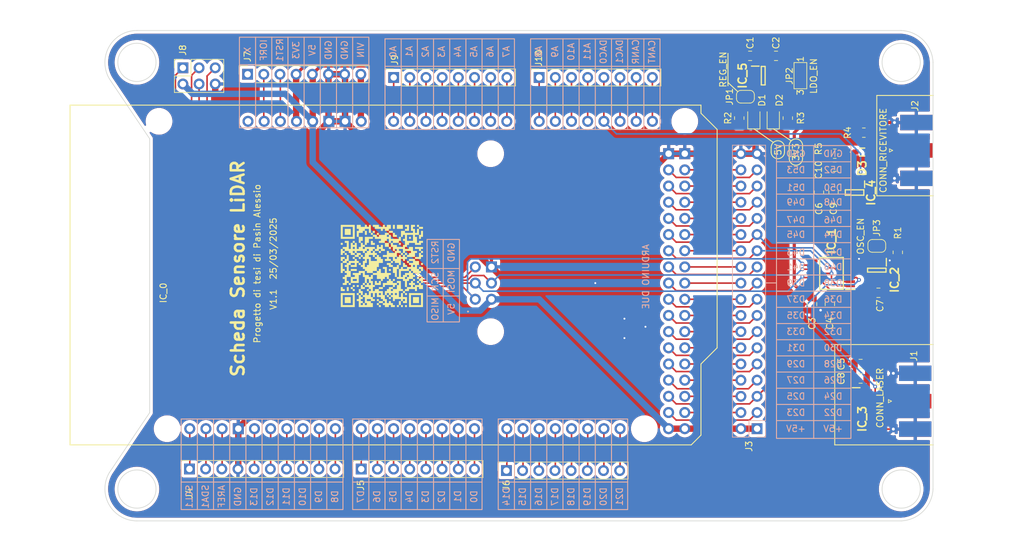
<source format=kicad_pcb>
(kicad_pcb (version 20211014) (generator pcbnew)
  (layers (0 "F.Cu" signal) (31 "B.Cu" signal) (34 "B.Paste" user) (35 "F.Paste" user) (36 "B.SilkS" user "B.Silkscreen") (37 "F.SilkS" user "F.Silkscreen") (38 "B.Mask" user) (39 "F.Mask" user) (44 "Edge.Cuts" user))
  (net 0 "")
  (net 1 "/3V3_ARDUINO")
  (net 2 "+5V")
  (net 3 "/ARD_CAN_RX")
  (net 4 "/ARD_AN_A0")
  (net 5 "/ARD_AN_A1")
  (net 6 "/ARD_AN_A2")
  (net 7 "/ARD_AN_A3")
  (net 8 "/ARD_AN_A4")
  (net 9 "/ARD_AN_A5")
  (net 10 "/ARD_AN_A6")
  (net 11 "/ARD_AN_A7")
  (net 12 "/ARD_AN_A8")
  (net 13 "/ARD_AN_A9")
  (net 14 "/ARD_AN_A10")
  (net 15 "/ARD_AN_A11")
  (net 16 "/ARD_AN_AREF")
  (net 17 "/SPI_CS")
  (net 18 "/ARD_V_REF")
  (net 19 "/ARD_CAN_TX")
  (net 20 "/ARD_SR_RX0")
  (net 21 "/ARD_SR_TX0")
  (net 22 "/ARD_SR_TX3")
  (net 23 "/ARD_TRIG")
  (net 24 "/ARD_BUFF_EN")
  (net 25 "/ARD_GPIO_D6")
  (net 26 "/ARD_GPIO_D7")
  (net 27 "/ARD_GPIO_D8")
  (net 28 "/ARD_GPIO_D9")
  (net 29 "/ARD_GPIO_D10")
  (net 30 "/ARD_GPIO_D11")
  (net 31 "/ARD_GPIO_D12")
  (net 32 "/ARD_GPIO_D13")
  (net 33 "/ARD_GPIO_D22")
  (net 34 "/ARD_GPIO_D23")
  (net 35 "/ARD_SR_RX3")
  (net 36 "/ARD_SR_TX2")
  (net 37 "/ARD_SR_RX2")
  (net 38 "/ARD_SR_TX1")
  (net 39 "/ARD_SR_RX1")
  (net 40 "/ARD_I2C_SDA")
  (net 41 "/ARD_I2C_SCL")
  (net 42 "/SPI_RESET")
  (net 43 "/ARD_GPIO_D25")
  (net 44 "/ARD_GPIO_D26")
  (net 45 "/ARD_GPIO_D27")
  (net 46 "/ARD_GPIO_D28")
  (net 47 "/ARD_GPIO_D29")
  (net 48 "/ARD_GPIO_D30")
  (net 49 "/ARD_GPIO_D31")
  (net 50 "/ARD_GPIO_D32")
  (net 51 "/ARD_GPIO_D33")
  (net 52 "/ARD_GPIO_D34")
  (net 53 "/ARD_GPIO_D35")
  (net 54 "/ARD_GPIO_D36")
  (net 55 "/ARD_GPIO_D37")
  (net 56 "/ARD_GPIO_D38")
  (net 57 "/ARD_GPIO_D39")
  (net 58 "/ARD_GPIO_D40")
  (net 59 "/ARD_GPIO_D41")
  (net 60 "/ARD_GPIO_D43")
  (net 61 "/ARD_GPIO_45")
  (net 62 "/ARD_GPIO_46")
  (net 63 "/ARD_GPIO_47")
  (net 64 "/ARD_GPIO_49")
  (net 65 "/ARD_GPIO_51")
  (net 66 "/ARD_GPIO_53")
  (net 67 "/ARD_AN_DAC1")
  (net 68 "GND")
  (net 69 "/ARD_AN_IORF")
  (net 70 "/SPI_MISO")
  (net 71 "/SPI_MOSI")
  (net 72 "/ARD_AN_RST1")
  (net 73 "/ARD_I2C_SCL1")
  (net 74 "/SPI_SCK")
  (net 75 "/ARD_VIN")
  (net 76 "+3V3")
  (net 77 "Net-(C4-Pad1)")
  (net 78 "/ARD_I2C_SDA1")
  (net 81 "Net-(C2-Pad1)")
  (net 82 "Net-(IC_5-Pad3)")
  (net 83 "/TDC_STOP")
  (net 84 "/RIC_STOP")
  (net 85 "/TDC_START")
  (net 86 "/TDC_CLOCK")
  (net 88 "/BUFFER_START")
  (net 90 "Net-(IC_4-Pad3)")
  (net 91 "Net-(JP3-Pad2)")
  (net 93 "/ARD_GPIO_D2")
  (net 94 "/ARD_GPIO_D3")
  (net 95 "/ARD_GPIO_D4")
  (net 96 "/ARD_GPIO_D5")
  (net 97 "/ARD_GPIO_48")
  (net 98 "/ARD_GPIO_50")
  (net 99 "/ARD_GPIO_52")
  (net 100 "Net-(D1-Pad2)")
  (net 101 "Net-(D2-Pad2)")
  (net 102 "Net-(IC_2-Pad3)")
  (footprint "Connector_Coaxial:SMA_Molex_73251-1153_EdgeMount_Horizontal" (layer "F.Cu") (at 205.664 68.834 180)
    (fp_text reference "J2")
    (fp_text value "CONN_RICEVITORE")
  )
  (footprint "Libreria_componenti_footprint:SOT95P280X100-6N" (layer "F.Cu") (at 197.678 75.438 -90)
    (fp_text reference "IC_4")
    (fp_text value "LT1719IS6#TRPBF" hide)
  )
  (footprint "Connector_PinSocket_2.54mm:PinSocket_1x08_P2.54mm_Vertical" (layer "F.Cu") (at 148.154065 57.372981 90)
    (fp_text reference "J10")
    (fp_text value "Conn_01x08")
  )
  (footprint "Libreria_componenti_footprint:SOT65P210X110-5N" (layer "F.Cu") (at 198.882 107.188)
    (fp_text reference "IC_3")
    (fp_text value "SN74LVC1G125DCKR" hide)
  )
  (footprint "Libreria_componenti_footprint:SOT95P280X145-5N" (layer "F.Cu") (at 183.334 57.096)
    (fp_text reference "IC_5")
    (fp_text value "TLV74133PDBVR" hide)
  )
  (footprint "Jumper:SolderJumper-3_P1.3mm_Open_Pad1.0x1.5mm_NumberLabels" (layer "F.Cu") (at 189.176 57.096 -90)
    (fp_text reference "JP2")
    (fp_text value "LDO_EN")
  )
  (footprint "Connector_Coaxial:SMA_Molex_73251-1153_EdgeMount_Horizontal" (layer "F.Cu") (at 205.486 108.204 180)
    (fp_text reference "J1")
    (fp_text value "CONN_LASER")
  )
  (footprint "Capacitor_SMD:C_0805_2012Metric" (layer "F.Cu") (at 198.628 102.362 180)
    (fp_text reference "C5")
    (fp_text value "100nF")
  )
  (footprint "Connector_PinSocket_2.54mm:PinSocket_2x03_P2.54mm_Vertical" (layer "F.Cu") (at 92.217 55.86 90)
    (fp_text reference "J8")
    (fp_text value "Conn_SPI")
  )
  (footprint "Libreria_componenti_footprint:RB511VM30TE17" (layer "F.Cu") (at 198.882 69.088 90)
    (fp_text reference "D3")
    (fp_text value "D_Shockley" hide)
  )
  (footprint "Connector_PinSocket_2.54mm:PinSocket_1x08_P2.54mm_Vertical" (layer "F.Cu") (at 102.377 56.871 90)
    (fp_text reference "J7")
    (fp_text value "Conn_01x08")
  )
  (footprint "Capacitor_SMD:C_0805_2012Metric" (layer "F.Cu") (at 194.564 71.374 180)
    (fp_text reference "C10")
    (fp_text value "50pF")
  )
  (footprint "Resistor_SMD:R_0805_2012Metric" (layer "F.Cu") (at 187.198 63.754 -90)
    (fp_text reference "R3")
    (fp_text value "820")
  )
  (footprint "LED_SMD:LED_0805_2012Metric" (layer "F.Cu") (at 184.912 63.754 90)
    (fp_text reference "D2")
    (fp_text value "3V3")
  )
  (footprint "Libreria_componenti_footprint:SOP65P640X120-14N" (layer "F.Cu") (at 194.056 88.138 180)
    (fp_text reference "IC_1")
    (fp_text value "TDC7200PW" hide)
  )
  (footprint "Jumper:SolderJumper-2_P1.3mm_Open_RoundedPad1.0x1.5mm" (layer "F.Cu") (at 201.168 83.82)
    (fp_text reference "JP3")
    (fp_text value "OSC_EN")
  )
  (footprint "Capacitor_SMD:C_0805_2012Metric" (layer "F.Cu") (at 185.346 53.982 180)
    (fp_text reference "C2")
    (fp_text value "1uF")
  )
  (footprint "Connector_PinSocket_2.54mm:PinSocket_1x08_P2.54mm_Vertical" (layer "F.Cu") (at 120.217335 118.864561 90)
    (fp_text reference "J5")
    (fp_text value "Conn_01x08")
  )
  (footprint "Libreria_componenti_footprint:SOT95P280X145-5N" (layer "F.Cu") (at 201.168 87.63 -90)
    (fp_text reference "IC_2")
    (fp_text value "SiT2024BA-S2-33E-8.000000G" hide)
  )
  (footprint "Resistor_SMD:R_0805_2012Metric" (layer "F.Cu") (at 194.564 69.342 180)
    (fp_text reference "R5")
    (fp_text value "180")
  )
  (footprint "Jumper:SolderJumper-2_P1.3mm_Open_RoundedPad1.0x1.5mm" (layer "F.Cu") (at 180.54 60.398 180)
    (fp_text reference "JP1")
    (fp_text value "REG_EN")
  )
  (footprint "Capacitor_SMD:C_0805_2012Metric" (layer "F.Cu") (at 201.422 91.186)
    (fp_text reference "C7")
    (fp_text value "100nF")
  )
  (footprint "Capacitor_SMD:C_0805_2012Metric" (layer "F.Cu") (at 181.282 53.982)
    (fp_text reference "C1")
    (fp_text value "0.1uF")
  )
  (footprint "Capacitor_SMD:C_0805_2012Metric" (layer "F.Cu") (at 193.802 92.964 -90)
    (fp_text reference "C4")
    (fp_text value "1uF")
  )
  (footprint "LED_SMD:LED_0805_2012Metric" (layer "F.Cu") (at 181.864 63.754 90)
    (fp_text reference "D1")
    (fp_text value "5V")
  )
  (footprint "Capacitor_SMD:C_0805_2012Metric" (layer "F.Cu") (at 192.09 75.438 90)
    (fp_text reference "C6")
    (fp_text value "100nF")
  )
  (footprint "Connector_PinSocket_2.54mm:PinSocket_1x08_P2.54mm_Vertical" (layer "F.Cu") (at 125.311958 57.372981 90)
    (fp_text reference "J9")
    (fp_text value "Conn_01x08")
  )
  (footprint "Capacitor_SMD:C_0805_2012Metric" (layer "F.Cu") (at 198.628 104.648 180)
    (fp_text reference "C8")
    (fp_text value "1nF")
  )
  (footprint "Connector_PinSocket_2.54mm:PinSocket_1x08_P2.54mm_Vertical" (layer "F.Cu") (at 143.017 119.101 90)
    (fp_text reference "J6")
    (fp_text value "Conn_01x08")
  )
  (footprint "Capacitor_SMD:C_0805_2012Metric" (layer "F.Cu") (at 194.376 75.438 90)
    (fp_text reference "C9")
    (fp_text value "1nF")
  )
  (footprint "Resistor_SMD:R_0805_2012Metric" (layer "F.Cu") (at 199.136 66.04 180)
    (fp_text reference "R4")
    (fp_text value "47")
  )
  (footprint "Connector_PinSocket_2.54mm:PinSocket_1x10_P2.54mm_Vertical" (layer "F.Cu") (at 93.248 118.847 90)
    (fp_text reference "J4")
    (fp_text value "Conn_01x10")
  )
  (footprint "Resistor_SMD:R_0805_2012Metric" (layer "F.Cu") (at 204.47 84.836 90)
    (fp_text reference "R1")
    (fp_text value "10k")
  )
  (footprint "Capacitor_SMD:C_0805_2012Metric" (layer "F.Cu") (at 191.008 92.964 -90)
    (fp_text reference "C3")
    (fp_text value "100nF")
  )
  (footprint "Resistor_SMD:R_0805_2012Metric" (layer "F.Cu") (at 179.578 63.754 -90)
    (fp_text reference "R2")
    (fp_text value "1k8")
  )
  (footprint "Connector_PinSocket_2.54mm:PinSocket_2x18_P2.54mm_Vertical" (layer "B.Cu") (at 182.372 112.522)
    (fp_text reference "J3")
    (fp_text value "Conn_02x18_Odd_Even")
  )
  (footprint "arduino-library:Arduino_Due_Shield" (layer "B.Cu") (at 74.5 61.722)
    (fp_text reference "IC_0")
    (fp_text value "Arduino_Due_Shield")
  )
  (gr_rect (start 91.948 110.998) (end 117.348 125.222) (layer "B.SilkS") (width 0.15) (fill none))
  (gr_line (start 162.052 65.532) (end 162.052 51.308) (layer "B.SilkS") (width 0.15))
  (gr_line (start 102.108 110.998) (end 102.108 125.222) (layer "B.SilkS") (width 0.15))
  (gr_rect (start 130.556 82.804) (end 135.636 95.758) (layer "B.SilkS") (width 0.15) (fill none))
  (gr_line (start 109.728 110.998) (end 109.728 125.222) (layer "B.SilkS") (width 0.15))
  (gr_line (start 126.492 110.998) (end 126.492 125.222) (layer "B.SilkS") (width 0.15))
  (gr_line (start 108.712 65.278) (end 108.712 51.054) (layer "B.SilkS") (width 0.15))
  (gr_line (start 134.112 65.532) (end 134.112 51.308) (layer "B.SilkS") (width 0.15))
  (gr_line (start 159.512 110.998) (end 159.512 125.222) (layer "B.SilkS") (width 0.15))
  (gr_line (start 121.412 110.998) (end 121.412 125.222) (layer "B.SilkS") (width 0.15))
  (gr_line (start 151.892 65.532) (end 151.892 51.308) (layer "B.SilkS") (width 0.15))
  (gr_line (start 112.268 110.998) (end 112.268 125.222) (layer "B.SilkS") (width 0.15))
  (gr_line (start 129.032 110.998) (end 129.032 125.222) (layer "B.SilkS") (width 0.15))
  (gr_line (start 123.952 110.998) (end 123.952 125.222) (layer "B.SilkS") (width 0.15))
  (gr_line (start 129.032 65.532) (end 129.032 51.308) (layer "B.SilkS") (width 0.15))
  (gr_line (start 167.132 55.626) (end 146.812 55.626) (layer "B.SilkS") (width 0.15))
  (gr_line (start 94.488 110.998) (end 94.488 125.222) (layer "B.SilkS") (width 0.15))
  (gr_line (start 185.42 111.252) (end 197.104 111.252) (layer "B.SilkS") (width 0.15))
  (gr_rect (start 167.132 65.532) (end 146.812 51.308) (layer "B.SilkS") (width 0.15) (fill none))
  (gr_line (start 185.42 78.232) (end 197.104 78.232) (layer "B.SilkS") (width 0.15))
  (gr_line (start 97.028 110.998) (end 97.028 125.222) (layer "B.SilkS") (width 0.15))
  (gr_line (start 149.352 110.998) (end 149.352 125.222) (layer "B.SilkS") (width 0.15))
  (gr_line (start 144.272 55.626) (end 123.952 55.626) (layer "B.SilkS") (width 0.15))
  (gr_line (start 185.42 103.632) (end 197.104 103.632) (layer "B.SilkS") (width 0.15))
  (gr_line (start 111.252 65.278) (end 111.252 51.054) (layer "B.SilkS") (width 0.15))
  (gr_line (start 156.972 110.998) (end 156.972 125.222) (layer "B.SilkS") (width 0.15))
  (gr_line (start 149.352 65.532) (end 149.352 51.308) (layer "B.SilkS") (width 0.15))
  (gr_line (start 191.262 68.072) (end 191.262 114.046) (layer "B.SilkS") (width 0.15))
  (gr_line (start 136.652 65.532) (end 136.652 51.308) (layer "B.SilkS") (width 0.15))
  (gr_line (start 185.42 101.092) (end 197.104 101.092) (layer "B.SilkS") (width 0.15))
  (gr_line (start 131.572 65.532) (end 131.572 51.308) (layer "B.SilkS") (width 0.15))
  (gr_rect (start 141.732 110.998) (end 162.052 125.222) (layer "B.SilkS") (width 0.15) (fill none))
  (gr_line (start 154.432 65.532) (end 154.432 51.308) (layer "B.SilkS") (width 0.15))
  (gr_line (start 185.42 88.392) (end 197.104 88.392) (layer "B.SilkS") (width 0.15))
  (gr_line (start 133.096 95.758) (end 133.096 82.804) (layer "B.SilkS") (width 0.15))
  (gr_line (start 134.112 110.998) (end 134.112 125.222) (layer "B.SilkS") (width 0.15))
  (gr_line (start 136.652 110.998) (end 136.652 125.222) (layer "B.SilkS") (width 0.15))
  (gr_line (start 185.42 80.772) (end 197.104 80.772) (layer "B.SilkS") (width 0.15))
  (gr_line (start 151.892 110.998) (end 151.892 125.222) (layer "B.SilkS") (width 0.15))
  (gr_line (start 183.702 89.632) (end 185.394463 89.632147) (layer "B.SilkS") (width 0.15))
  (gr_line (start 106.172 65.278) (end 106.172 51.054) (layer "B.SilkS") (width 0.15))
  (gr_rect (start 118.872 110.998) (end 139.192 125.222) (layer "B.SilkS") (width 0.15) (fill none))
  (gr_line (start 117.348 120.904) (end 91.948 120.904) (layer "B.SilkS") (width 0.15))
  (gr_line (start 114.808 110.998) (end 114.808 125.222) (layer "B.SilkS") (width 0.15))
  (gr_line (start 141.732 65.532) (end 141.732 51.308) (layer "B.SilkS") (width 0.15))
  (gr_line (start 130.556 91.694) (end 135.636 91.694) (layer "B.SilkS") (width 0.15))
  (gr_rect (start 185.42 68.072) (end 197.104 114.046) (layer "B.SilkS") (width 0.15) (fill none))
  (gr_line (start 185.42 85.852) (end 197.104 85.852) (layer "B.SilkS") (width 0.15))
  (gr_line (start 156.972 65.532) (end 156.972 51.308) (layer "B.SilkS") (width 0.15))
  (gr_line (start 116.332 65.278) (end 116.332 51.054) (layer "B.SilkS") (width 0.15))
  (gr_line (start 154.432 110.998) (end 154.432 125.222) (layer "B.SilkS") (width 0.15))
  (gr_line (start 146.812 110.998) (end 146.812 125.222) (layer "B.SilkS") (width 0.15))
  (gr_line (start 131.572 110.998) (end 131.572 125.222) (layer "B.SilkS") (width 0.15))
  (gr_line (start 121.412 55.372) (end 101.092 55.372) (layer "B.SilkS") (width 0.15))
  (gr_rect (start 144.272 65.532) (end 123.952 51.308) (layer "B.SilkS") (width 0.15) (fill none))
  (gr_line (start 139.192 65.532) (end 139.192 51.308) (layer "B.SilkS") (width 0.15))
  (gr_line (start 103.632 65.278) (end 103.632 51.054) (layer "B.SilkS") (width 0.15))
  (gr_line (start 107.188 110.998) (end 107.188 125.222) (layer "B.SilkS") (width 0.15))
  (gr_line (start 126.492 65.532) (end 126.492 51.308) (layer "B.SilkS") (width 0.15))
  (gr_line (start 185.42 108.712) (end 197.104 108.712) (layer "B.SilkS") (width 0.15))
  (gr_line (start 185.42 90.932) (end 197.104 90.932) (layer "B.SilkS") (width 0.15))
  (gr_line (start 185.42 98.552) (end 197.104 98.552) (layer "B.SilkS") (width 0.15))
  (gr_line (start 185.42 83.312) (end 197.104 83.312) (layer "B.SilkS") (width 0.15))
  (gr_line (start 99.568 110.998) (end 99.568 125.222) (layer "B.SilkS") (width 0.15))
  (gr_line (start 185.42 106.172) (end 197.104 106.172) (layer "B.SilkS") (width 0.15))
  (gr_line (start 118.872 120.904) (end 139.192 120.904) (layer "B.SilkS") (width 0.15))
  (gr_line (start 159.512 65.532) (end 159.512 51.308) (layer "B.SilkS") (width 0.15))
  (gr_line (start 164.592 65.532) (end 164.592 51.308) (layer "B.SilkS") (width 0.15))
  (gr_line (start 113.792 65.278) (end 113.792 51.054) (layer "B.SilkS") (width 0.15))
  (gr_line (start 130.556 87.376) (end 135.636 87.376) (layer "B.SilkS") (width 0.15))
  (gr_rect (start 121.412 65.278) (end 101.092 51.054) (layer "B.SilkS") (width 0.15) (fill none))
  (gr_line (start 118.872 65.278) (end 118.872 51.054) (layer "B.SilkS") (width 0.15))
  (gr_line (start 185.42 75.692) (end 197.104 75.692) (layer "B.SilkS") (width 0.15))
  (gr_line (start 144.272 110.998) (end 144.272 125.222) (layer "B.SilkS") (width 0.15))
  (gr_line (start 185.42 70.612) (end 197.104 70.612) (layer "B.SilkS") (width 0.15))
  (gr_line (start 185.42 96.012) (end 197.104 96.012) (layer "B.SilkS") (width 0.15))
  (gr_line (start 185.42 93.472) (end 197.104 93.472) (layer "B.SilkS") (width 0.15))
  (gr_line (start 185.42 73.152) (end 197.104 73.152) (layer "B.SilkS") (width 0.15))
  (gr_line (start 104.648 110.998) (end 104.648 125.222) (layer "B.SilkS") (width 0.15))
  (gr_line (start 141.732 120.904) (end 162.052 120.904) (layer "B.SilkS") (width 0.15))
  (gr_line (start 210.058 60.198) (end 201.168 60.198) (layer "F.SilkS") (width 0.15))
  (gr_arc (start 184.584491 68.389002) (mid 185.631758 67.31) (end 186.679025 68.389002) (layer "F.SilkS") (width 0.15))
  (gr_poly (pts (xy 129.914289 80.832157) (xy 129.914289 81.146315) (xy 129.286 81.146315) (xy 129.286 80.832157)) (layer "F.SilkS") (width 0) (fill solid))
  (gr_poly (pts (xy 119.204252 85.558761) (xy 119.204252 85.558915) (xy 119.204801 85.558915) (xy 119.204801 85.872918) (xy 118.890609 85.872918) (xy 118.890609 85.558761)) (layer "F.SilkS") (width 0) (fill solid))
  (gr_poly (pts (xy 125.187995 86.187078) (xy 125.187995 86.501234) (xy 124.873802 86.501234) (xy 124.873802 86.187078)) (layer "F.SilkS") (width 0) (fill solid))
  (gr_poly (pts (xy 117.319903 83.345382) (xy 117.319903 83.659537) (xy 117.005743 83.659537) (xy 117.005743 83.345382)) (layer "F.SilkS") (width 0) (fill solid))
  (gr_poly (pts (xy 129.601033 89.642777) (xy 129.601033 89.642801) (xy 129.599999 89.642801) (xy 129.599999 89.642777)) (layer "F.SilkS") (width 0) (fill solid))
  (gr_line (start 177.8 53.594) (end 177.8 58.674) (layer "F.SilkS") (width 0.15))
  (gr_poly (pts (xy 127.401523 93.1128) (xy 127.401523 93.426956) (xy 127.08733 93.426956) (xy 127.08733 93.1128)) (layer "F.SilkS") (width 0) (fill solid))
  (gr_poly (pts (xy 122.988162 80.518) (xy 122.988162 80.832157) (xy 123.61645 80.832157) (xy 123.61645 80.518) (xy 123.930643 80.518) (xy 123.930643 80.832157) (xy 124.244803 80.832157) (xy 124.244803 80.518) (xy 124.873124 80.518) (xy 124.873124 81.146315) (xy 124.558931 81.146315) (xy 124.558931 81.460471) (xy 123.930707 81.460471) (xy 123.930707 81.146315) (xy 123.616515 81.146315) (xy 123.616515 81.460471) (xy 123.302322 81.460471) (xy 123.302322 81.146315) (xy 122.359841 81.146315) (xy 122.359841 80.832157) (xy 122.04568 80.832157) (xy 122.04568 80.518)) (layer "F.SilkS") (width 0) (fill solid))
  (gr_poly (pts (xy 119.204866 80.517974) (xy 119.204866 82.71707) (xy 118.890705 82.71707) (xy 118.890705 82.40291) (xy 118.890705 80.832128) (xy 117.319903 80.832128) (xy 117.319903 82.40291) (xy 118.890705 82.40291) (xy 118.890705 82.71707) (xy 118.105321 82.717068) (xy 117.005775 82.717068) (xy 117.005775 80.517974)) (layer "F.SilkS") (width 0) (fill solid))
  (gr_line (start 181.864 65.439) (end 184.912 67.564) (layer "F.SilkS") (width 0.15))
  (gr_poly (pts (xy 120.147282 86.501232) (xy 120.147282 86.815389) (xy 119.83309 86.815389) (xy 119.83309 86.501232)) (layer "F.SilkS") (width 0) (fill solid))
  (gr_arc (start 189.515268 70.104) (mid 188.468 71.151268) (end 187.420732 70.104) (layer "F.SilkS") (width 0.15))
  (gr_poly (pts (xy 121.732715 92.484487) (xy 121.732715 92.484488) (xy 121.732101 92.484488) (xy 121.732101 92.484487)) (layer "F.SilkS") (width 0) (fill solid))
  (gr_arc (start 186.679026 69.088) (mid 185.631758 70.135268) (end 184.58449 69.088) (layer "F.SilkS") (width 0.15))
  (gr_poly (pts (xy 129.286452 91.856172) (xy 129.286452 92.798642) (xy 128.343971 92.798642) (xy 128.343971 91.856172)) (layer "F.SilkS") (width 0) (fill solid))
  (gr_poly (pts (xy 125.502285 80.517974) (xy 125.502285 81.146289) (xy 125.188092 81.146289) (xy 125.188092 80.517974)) (layer "F.SilkS") (width 0) (fill solid))
  (gr_poly (pts (xy 118.576545 91.856172) (xy 118.576545 92.798642) (xy 117.634064 92.798642) (xy 117.634064 91.856172)) (layer "F.SilkS") (width 0) (fill solid))
  (gr_poly (pts (xy 129.286485 89.328641) (xy 129.286485 89.642797) (xy 128.972292 89.642797) (xy 128.972292 89.328641)) (layer "F.SilkS") (width 0) (fill solid))
  (gr_line (start 210.058 99.314) (end 194.564 99.314) (layer "F.SilkS") (width 0.15))
  (gr_line (start 184.912 65.439) (end 187.706 67.31) (layer "F.SilkS") (width 0.15))
  (gr_poly (pts (xy 127.401651 91.227864) (xy 127.401651 91.54202) (xy 127.08746 91.54202) (xy 127.08746 91.227864)) (layer "F.SilkS") (width 0) (fill solid))
  (gr_poly (pts (xy 126.75912 91.227864) (xy 126.762544 91.53845) (xy 126.765967 91.849036) (xy 127.08368 91.852881) (xy 127.401425 91.856725) (xy 127.401425 92.798648) (xy 127.087104 92.798648) (xy 127.087104 92.485423) (xy 127.087104 92.170331) (xy 126.922579 92.170332) (xy 126.75786 92.170332) (xy 126.761833 92.32384) (xy 126.765805 92.477348) (xy 126.926455 92.481385) (xy 127.087104 92.485423) (xy 127.087104 92.798648) (xy 126.773105 92.798648) (xy 126.773105 92.484492) (xy 126.444669 92.484492) (xy 126.444669 93.112805) (xy 126.130508 93.112805) (xy 126.130508 93.426956) (xy 125.816316 93.426956) (xy 125.816316 93.1128) (xy 126.130508 93.1128) (xy 126.130508 92.485422) (xy 126.291125 92.481384) (xy 126.451775 92.477347) (xy 126.455747 92.323839) (xy 126.45972 92.170331) (xy 126.451677 92.170331) (xy 126.451677 91.849036) (xy 126.454584 91.691958) (xy 126.4562 91.618855) (xy 126.457192 91.535928) (xy 126.458008 91.381372) (xy 126.458008 91.227864) (xy 126.605576 91.227864) (xy 126.635405 91.227669) (xy 126.66361 91.227112) (xy 126.689548 91.226232) (xy 126.712575 91.225067) (xy 126.732045 91.223657) (xy 126.747314 91.22204) (xy 126.757738 91.220256) (xy 126.760932 91.219314) (xy 126.762672 91.218344) (xy 126.763166 91.217663) (xy 126.763652 91.216608) (xy 126.764603 91.21342) (xy 126.765519 91.208858) (xy 126.766396 91.203004) (xy 126.76723 91.195938) (xy 126.768015 91.187741) (xy 126.769423 91.168275) (xy 126.770583 91.14525) (xy 126.771457 91.119311) (xy 126.772008 91.091101) (xy 126.772201 91.061266) (xy 126.772201 90.913707) (xy 126.130897 90.913707) (xy 126.134319 91.381372) (xy 126.137485 91.849036) (xy 126.451677 91.849036) (xy 126.451677 92.170331) (xy 126.130476 92.170331) (xy 126.130476 89.972194) (xy 126.130476 89.641826) (xy 125.976965 89.645886) (xy 125.823454 89.649937) (xy 125.823454 89.964093) (xy 125.976965 89.968144) (xy 126.130476 89.972194) (xy 126.130476 92.170331) (xy 125.816413 92.170331) (xy 125.816413 90.599469) (xy 125.816413 89.955985) (xy 125.662707 89.960043) (xy 125.509196 89.964093) (xy 125.505224 90.117123) (xy 125.501251 90.270153) (xy 125.348257 90.274198) (xy 125.195197 90.278244) (xy 125.195197 90.5924) (xy 125.505805 90.595934) (xy 125.816413 90.599469) (xy 125.816413 92.170331) (xy 125.816154 92.170331) (xy 125.816154 91.542986) (xy 125.816154 91.227862) (xy 125.501186 91.227862) (xy 125.505159 91.381371) (xy 125.509131 91.534879) (xy 125.662643 91.538932) (xy 125.816154 91.542986) (xy 125.816154 92.170331) (xy 125.501994 92.170331) (xy 125.501994 92.484486) (xy 125.188286 92.484486) (xy 125.188286 90.914671) (xy 125.188286 90.599548) (xy 124.87335 90.599548) (xy 124.877323 90.753056) (xy 124.881296 90.906564) (xy 125.034775 90.910618) (xy 125.188286 90.914671) (xy 125.188286 92.484486) (xy 125.187995 92.484486) (xy 125.187995 91.542017) (xy 125.187995 91.227861) (xy 125.030899 91.227861) (xy 124.873802 91.227861) (xy 124.873802 91.542017) (xy 125.187995 91.542017) (xy 125.187995 92.484486) (xy 125.187834 92.484486) (xy 125.187834 91.856173) (xy 124.873802 91.856173) (xy 124.873802 91.542018) (xy 124.55961 91.542018) (xy 124.55961 91.227861) (xy 124.24545 91.227861) (xy 124.24545 91.542018) (xy 124.55961 91.542018) (xy 124.55961 91.856173) (xy 124.873641 91.856173) (xy 124.873641 92.17033) (xy 124.559448 92.17033) (xy 124.559448 91.856173) (xy 124.245288 91.856173) (xy 124.245288 91.542017) (xy 123.931095 91.542017) (xy 123.931095 92.170331) (xy 124.245288 92.170331) (xy 124.245288 92.798643) (xy 124.559448 92.798643) (xy 124.559448 92.484487) (xy 124.873641 92.484487) (xy 124.873641 92.798643) (xy 125.187834 92.798643) (xy 125.187834 93.1128) (xy 125.501994 93.1128) (xy 125.501994 93.426956) (xy 124.873705 93.426956) (xy 124.873705 93.1128) (xy 124.559513 93.1128) (xy 124.559513 93.426956) (xy 123.931838 93.426956) (xy 123.931838 92.798644) (xy 123.931838 92.484488) (xy 123.930546 92.484488) (xy 123.930546 91.542015) (xy 123.930546 90.913702) (xy 124.244707 90.913702) (xy 124.244707 90.599546) (xy 124.558899 90.599546) (xy 124.558899 90.285389) (xy 124.719548 90.284569) (xy 124.878078 90.284447) (xy 125.033676 90.285336) (xy 125.187187 90.28695) (xy 125.187187 89.957599) (xy 124.562452 89.960853) (xy 123.937684 89.964102) (xy 123.933711 90.117132) (xy 123.929738 90.270162) (xy 123.776712 90.274207) (xy 123.623685 90.278253) (xy 123.619712 90.438901) (xy 123.61574 90.599549) (xy 122.988388 90.599549) (xy 122.988388 90.285392) (xy 123.616676 90.285392) (xy 123.616676 89.642799) (xy 124.244965 89.642799) (xy 124.244965 89.328643) (xy 124.559157 89.328643) (xy 124.559157 89.014485) (xy 124.245546 89.014485) (xy 124.245546 88.700329) (xy 123.931354 88.700329) (xy 123.931354 89.014485) (xy 123.617354 89.014485) (xy 123.617354 89.014483) (xy 123.617354 88.700327) (xy 123.931515 88.700327) (xy 123.931515 88.386171) (xy 124.245707 88.386171) (xy 124.245707 88.072016) (xy 124.245481 88.072016) (xy 124.245481 88.072014) (xy 124.088482 88.072016) (xy 123.931386 88.072016) (xy 123.931386 88.386171) (xy 123.303097 88.386171) (xy 123.303097 88.072016) (xy 123.303065 88.072016) (xy 123.303065 88.072014) (xy 122.674809 88.072014) (xy 122.674809 88.386171) (xy 122.988969 88.386171) (xy 122.988969 88.700327) (xy 123.303162 88.700327) (xy 123.303162 89.014483) (xy 123.617354 89.014483) (xy 123.617354 89.014485) (xy 123.617193 89.014485) (xy 123.617193 89.328642) (xy 123.303 89.328642) (xy 123.303 89.014485) (xy 122.674712 89.014485) (xy 122.674712 88.386173) (xy 122.046391 88.386173) (xy 122.046391 88.072016) (xy 122.674712 88.072016) (xy 122.674712 87.75786) (xy 122.988873 87.75786) (xy 122.988873 87.443703) (xy 123.303065 87.443703) (xy 123.303065 88.072014) (xy 123.303097 88.072014) (xy 123.303097 88.072016) (xy 123.931354 88.072016) (xy 123.931354 87.443703) (xy 123.617193 87.443703) (xy 123.617193 87.129547) (xy 124.245481 87.129547) (xy 124.245481 88.072014) (xy 124.245707 88.072014) (xy 124.245707 88.072016) (xy 124.87377 88.072016) (xy 124.87377 88.386171) (xy 124.716803 88.386173) (xy 124.559739 88.386173) (xy 124.559739 89.014485) (xy 124.873318 89.014485) (xy 124.873318 89.328642) (xy 125.18751 89.328642) (xy 125.18751 89.014485) (xy 125.501703 89.014485) (xy 125.501703 89.327677) (xy 125.348192 89.331727) (xy 125.194681 89.335778) (xy 125.190708 89.489286) (xy 125.186735 89.642794) (xy 125.816025 89.642794) (xy 125.816025 89.328637) (xy 126.444314 89.328637) (xy 126.444314 89.489286) (xy 126.447738 90.121169) (xy 126.450902 90.592404) (xy 126.603929 90.596449) (xy 126.756956 90.600499) (xy 126.760929 90.753529) (xy 126.764901 90.906559) (xy 127.079094 90.906559) (xy 127.083067 90.753529) (xy 127.087039 90.600499) (xy 127.240034 90.596449) (xy 127.393061 90.592404) (xy 127.393061 90.278248) (xy 127.23955 90.274197) (xy 127.08607 90.270147) (xy 127.08607 90.117121) (xy 127.082646 89.64994) (xy 127.07974 89.335782) (xy 126.926681 89.331732) (xy 126.773686 89.327687) (xy 126.769713 89.174656) (xy 126.765741 89.021625) (xy 126.451581 89.018563) (xy 126.445509 89.018517) (xy 126.445509 88.700331) (xy 126.77346 88.700331) (xy 126.77346 88.386174) (xy 127.087653 88.386174) (xy 127.087653 88.072018) (xy 127.715941 88.072018) (xy 127.715941 87.757862) (xy 128.030134 87.757862) (xy 128.030134 88.072014) (xy 128.343971 88.072014) (xy 128.343971 87.757858) (xy 128.029778 87.757858) (xy 128.029778 87.443702) (xy 127.715586 87.443702) (xy 127.715586 87.757559) (xy 127.083713 87.761279) (xy 126.451839 87.765) (xy 126.448674 88.232665) (xy 126.445509 88.700331) (xy 126.445509 89.018517) (xy 126.130476 89.016148) (xy 126.130476 87.443703) (xy 126.130476 87.443682) (xy 126.130315 87.443682) (xy 126.130315 87.443703) (xy 126.130476 87.443703) (xy 126.130476 89.016148) (xy 126.130315 89.016147) (xy 126.130315 88.700307) (xy 126.130315 87.443703) (xy 125.973445 87.443702) (xy 125.816348 87.443702) (xy 125.816348 88.700307) (xy 126.130315 88.700307) (xy 126.130315 89.016147) (xy 125.976771 89.014992) (xy 125.816348 89.014464) (xy 125.816348 88.700329) (xy 125.816348 88.700307) (xy 125.816122 88.700307) (xy 125.816122 88.700329) (xy 125.816348 88.700329) (xy 125.816348 89.014464) (xy 125.816122 89.014463) (xy 125.816122 88.700329) (xy 125.502155 88.700329) (xy 125.502155 88.072016) (xy 125.187995 88.072016) (xy 125.187995 87.129547) (xy 125.816283 87.129547) (xy 125.816283 86.815391) (xy 126.130476 86.815391) (xy 126.130476 87.443682) (xy 126.458751 87.443682) (xy 126.458751 87.129525) (xy 126.772943 87.129525) (xy 126.772943 86.501212) (xy 127.087104 86.501212) (xy 127.087104 86.815368) (xy 127.401297 86.815368) (xy 127.401297 87.12898) (xy 127.083584 87.132823) (xy 126.765838 87.136667) (xy 126.761866 87.290174) (xy 126.757893 87.443683) (xy 127.401425 87.443683) (xy 127.401425 87.129527) (xy 128.029715 87.129527) (xy 128.029715 86.815371) (xy 127.715618 86.815371) (xy 127.715618 86.501232) (xy 127.715618 86.501214) (xy 127.715554 86.501214) (xy 127.715554 86.501232) (xy 127.715618 86.501232) (xy 127.715618 86.815371) (xy 127.715554 86.815371) (xy 127.715554 86.501232) (xy 127.401425 86.501232) (xy 127.401425 86.187076) (xy 127.715618 86.187076) (xy 127.715618 86.501214) (xy 128.343842 86.501214) (xy 128.343842 86.187058) (xy 127.715554 86.187058) (xy 127.715554 85.872902) (xy 128.658035 85.872902) (xy 128.658035 85.5588) (xy 128.657615 85.5588) (xy 128.657615 85.558745) (xy 128.029747 85.558763) (xy 127.401425 85.558763) (xy 127.401425 85.245572) (xy 127.554937 85.241517) (xy 127.708448 85.237461) (xy 127.712421 85.084431) (xy 127.716393 84.931401) (xy 127.869389 84.927346) (xy 128.022415 84.923291) (xy 128.026387 84.769784) (xy 128.03036 84.616274) (xy 127.08691 84.616274) (xy 127.08691 84.930425) (xy 126.757505 84.930425) (xy 126.761477 85.083934) (xy 126.76545 85.237443) (xy 127.079611 85.237443) (xy 127.083584 85.083934) (xy 127.087556 84.930425) (xy 127.400747 84.930425) (xy 127.400747 85.244583) (xy 127.086587 85.244583) (xy 127.086587 85.558739) (xy 127.400747 85.558739) (xy 127.400747 85.872894) (xy 127.086587 85.872894) (xy 127.086587 86.187052) (xy 126.772394 86.187052) (xy 126.772394 85.872894) (xy 126.67576 85.872894) (xy 126.67576 85.556827) (xy 126.699074 85.556558) (xy 126.71922 85.555992) (xy 126.735538 85.55514) (xy 126.747368 85.554013) (xy 126.751393 85.55335) (xy 126.754049 85.552623) (xy 126.755336 85.552015) (xy 126.75657 85.551192) (xy 126.757752 85.55015) (xy 126.758881 85.54888) (xy 126.75996 85.547377) (xy 126.760989 85.545634) (xy 126.761969 85.543645) (xy 126.7629 85.541403) (xy 126.763783 85.538902) (xy 126.76462 85.536135) (xy 126.765411 85.533096) (xy 126.766157 85.529778) (xy 126.766858 85.526176) (xy 126.767516 85.522282) (xy 126.768704 85.513593) (xy 126.769728 85.503662) (xy 126.770595 85.492435) (xy 126.77131 85.479863) (xy 126.77188 85.465892) (xy 126.772313 85.450472) (xy 126.772613 85.43355) (xy 126.772789 85.415076) (xy 126.772846 85.394997) (xy 126.772846 85.244611) (xy 126.675539 85.244608) (xy 126.675539 84.928523) (xy 126.698812 84.928262) (xy 126.718909 84.92771) (xy 126.735172 84.92688) (xy 126.746943 84.925783) (xy 126.750939 84.925138) (xy 126.753565 84.924432) (xy 126.754899 84.92372) (xy 126.756173 84.922611) (xy 126.757387 84.921086) (xy 126.758542 84.919126) (xy 126.75964 84.916712) (xy 126.760682 84.913823) (xy 126.761669 84.910442) (xy 126.762602 84.906549) (xy 126.764312 84.897151) (xy 126.765822 84.885475) (xy 126.767142 84.871368) (xy 126.768281 84.854677) (xy 126.769249 84.835248) (xy 126.770057 84.812929) (xy 126.770713 84.787566) (xy 126.771228 84.759005) (xy 126.771612 84.727094) (xy 126.771874 84.691679) (xy 126.772072 84.609726) (xy 126.772072 84.302142) (xy 126.767195 84.302142) (xy 126.767195 83.980881) (xy 126.771167 83.827373) (xy 126.77514 83.673863) (xy 126.922192 83.673863) (xy 126.951934 83.67367) (xy 126.980053 83.673115) (xy 127.005907 83.672238) (xy 127.028855 83.671079) (xy 127.048254 83.669675) (xy 127.063462 83.668065) (xy 127.073838 83.66629) (xy 127.077013 83.665352) (xy 127.078739 83.664387) (xy 127.079701 83.661822) (xy 127.080597 83.656191) (xy 127.082182 83.636384) (xy 127.083468 83.606267) (xy 127.084432 83.567145) (xy 127.085047 83.52032) (xy 127.085288 83.467095) (xy 127.085132 83.408773) (xy 127.084553 83.346659) (xy 127.081129 83.038409) (xy 126.926552 83.034318) (xy 126.773041 83.030274) (xy 126.773041 82.717083) (xy 127.087136 82.717083) (xy 127.083713 82.406495) (xy 127.080289 82.095908) (xy 126.766129 82.095908) (xy 126.762156 82.248938) (xy 126.758183 82.401968) (xy 126.605157 82.406023) (xy 126.452162 82.410066) (xy 126.449255 82.567144) (xy 126.447639 82.640209) (xy 126.446647 82.723031) (xy 126.445831 82.877248) (xy 126.445831 83.030274) (xy 126.29232 83.034318) (xy 126.138809 83.038373) (xy 126.134836 83.191882) (xy 126.130864 83.345389) (xy 126.444636 83.345389) (xy 126.444636 83.659546) (xy 126.130476 83.659546) (xy 126.130476 83.345391) (xy 126.130864 83.345389) (xy 126.130476 83.345389) (xy 126.130476 83.345391) (xy 125.977869 83.345918) (xy 125.510682 83.349487) (xy 125.196554 83.352546) (xy 125.196554 83.666701) (xy 125.353618 83.669631) (xy 125.509528 83.671889) (xy 125.663741 83.673201) (xy 125.816768 83.673863) (xy 125.820741 83.827373) (xy 125.824714 83.980881) (xy 126.767195 83.980881) (xy 126.767195 84.302142) (xy 126.450967 84.302138) (xy 126.129507 84.302138) (xy 126.13348 84.455647) (xy 126.137452 84.609156) (xy 126.290512 84.613211) (xy 126.443506 84.617255) (xy 126.447479 84.770286) (xy 126.451451 84.923315) (xy 126.593239 84.927437) (xy 126.622094 84.928122) (xy 126.649747 84.92848) (xy 126.675539 84.928523) (xy 126.675539 85.244608) (xy 126.608354 85.244607) (xy 126.443667 85.244607) (xy 126.44764 85.398116) (xy 126.451613 85.551626) (xy 126.5934 85.555748) (xy 126.622263 85.556433) (xy 126.649936 85.556789) (xy 126.67576 85.556827) (xy 126.67576 85.872894) (xy 126.442376 85.872894) (xy 126.445024 86.026403) (xy 126.445024 86.815363) (xy 126.130832 86.815363) (xy 126.130832 86.501206) (xy 125.817252 86.501206) (xy 125.817252 85.873893) (xy 125.817252 85.558771) (xy 126.131412 85.558771) (xy 126.131412 85.244613) (xy 126.286119 85.244613) (xy 126.317396 85.244419) (xy 126.346948 85.243863) (xy 126.374104 85.242984) (xy 126.398188 85.241819) (xy 126.418529 85.24041) (xy 126.434452 85.238793) (xy 126.445285 85.237009) (xy 126.448582 85.236066) (xy 126.450354 85.235096) (xy 126.450847 85.234415) (xy 126.451333 85.23336) (xy 126.452284 85.230171) (xy 126.4532 85.225609) (xy 126.454077 85.219755) (xy 126.45491 85.212689) (xy 126.455696 85.204492) (xy 126.457103 85.185026) (xy 126.458263 85.162002) (xy 126.459137 85.136063) (xy 126.459689 85.107853) (xy 126.459881 85.078017) (xy 126.459881 84.930459) (xy 126.136839 84.93045) (xy 125.816154 84.93045) (xy 125.816154 84.617266) (xy 125.816154 84.302144) (xy 125.658735 84.302136) (xy 125.501186 84.302136) (xy 125.505159 84.455645) (xy 125.509131 84.609155) (xy 125.662643 84.61321) (xy 125.816154 84.617266) (xy 125.816154 84.93045) (xy 125.814766 84.93045) (xy 125.817414 85.08396) (xy 125.817414 85.558765) (xy 125.502285 85.558765) (xy 125.506257 85.712272) (xy 125.51023 85.865782) (xy 125.663741 85.869837) (xy 125.817252 85.873893) (xy 125.817252 86.501206) (xy 125.502543 86.501206) (xy 125.502543 86.18705) (xy 125.188351 86.18705) (xy 125.188351 85.558735) (xy 124.560062 85.558735) (xy 124.560062 85.872894) (xy 124.874255 85.872894) (xy 124.874255 86.187052) (xy 123.931773 86.187052) (xy 123.931773 85.872894) (xy 124.245934 85.872894) (xy 124.245934 85.558737) (xy 123.617645 85.558737) (xy 123.617645 85.244581) (xy 124.245934 85.244581) (xy 124.245934 84.616266) (xy 124.559125 84.616266) (xy 124.563098 84.769775) (xy 124.56707 84.923282) (xy 125.034742 84.927049) (xy 125.502381 84.930816) (xy 125.502381 84.61627) (xy 125.188221 84.61627) (xy 125.188221 83.97271) (xy 125.03471 83.976766) (xy 124.881198 83.980821) (xy 124.877226 84.141469) (xy 124.873253 84.302118) (xy 124.560029 84.302118) (xy 124.560029 83.972132) (xy 124.406518 83.973746) (xy 124.250916 83.97464) (xy 124.092358 83.97454) (xy 123.931741 83.973746) (xy 123.931741 83.345434) (xy 124.559481 83.345434) (xy 124.566909 83.980888) (xy 124.72042 83.984943) (xy 124.873931 83.988999) (xy 124.873931 83.34544) (xy 125.188092 83.34544) (xy 125.188092 83.030318) (xy 125.03458 83.034374) (xy 124.881102 83.038429) (xy 124.877129 83.191938) (xy 124.873157 83.345447) (xy 124.560159 83.345447) (xy 124.560159 82.402916) (xy 124.560159 82.088786) (xy 124.558996 82.088786) (xy 124.558996 82.08876) (xy 124.245966 82.08876) (xy 124.245966 82.402916) (xy 124.560159 82.402916) (xy 124.560159 83.345447) (xy 124.559965 83.345447) (xy 124.559965 82.717133) (xy 124.245772 82.717133) (xy 124.245772 83.031281) (xy 123.93158 83.031281) (xy 123.93158 83.34544) (xy 122.989099 83.34544) (xy 122.989099 83.031281) (xy 123.303291 83.031281) (xy 123.303291 82.717125) (xy 122.989357 82.717125) (xy 122.989357 82.402916) (xy 122.989357 82.088786) (xy 122.988226 82.088786) (xy 122.988226 82.08876) (xy 122.675197 82.08876) (xy 122.675197 82.402916) (xy 122.989357 82.402916) (xy 122.989357 82.717125) (xy 122.36081 82.717125) (xy 122.36081 82.402968) (xy 122.046617 82.402968) (xy 122.046617 82.08881) (xy 121.732457 82.08881) (xy 121.732457 81.774654) (xy 121.418264 81.774654) (xy 121.418264 81.146339) (xy 120.789976 81.146339) (xy 120.789976 81.459565) (xy 120.629327 81.463609) (xy 120.468677 81.467637) (xy 120.464705 81.620869) (xy 120.460732 81.774099) (xy 120.150609 81.777946) (xy 119.840518 81.781793) (xy 119.836804 82.092381) (xy 119.83309 82.402968) (xy 120.460216 82.402968) (xy 120.464705 82.570758) (xy 120.466195 82.647418) (xy 120.466691 82.732113) (xy 120.466195 82.81455) (xy 120.464705 82.884435) (xy 120.460732 83.030325) (xy 120.307705 83.03438) (xy 120.154679 83.038423) (xy 120.150706 83.191932) (xy 120.146733 83.34544) (xy 120.460926 83.34544) (xy 120.464899 83.506089) (xy 120.468871 83.666738) (xy 120.783064 83.666738) (xy 120.786229 83.195503) (xy 120.788837 82.815503) (xy 120.789653 82.563619) (xy 120.789653 82.402971) (xy 122.046294 82.402971) (xy 122.046294 82.717127) (xy 121.417973 82.717127) (xy 121.417973 83.345438) (xy 121.103813 83.345438) (xy 121.103813 83.659596) (xy 120.78962 83.659596) (xy 120.78962 83.98762) (xy 121.414389 83.987358) (xy 122.199773 83.98762) (xy 122.36039 83.988149) (xy 122.36039 84.302303) (xy 122.04623 84.302303) (xy 122.04623 84.61646) (xy 121.732037 84.61646) (xy 121.732037 84.931581) (xy 121.885548 84.927525) (xy 122.03906 84.92347) (xy 122.043032 84.769961) (xy 122.047005 84.616454) (xy 122.360196 84.616454) (xy 122.360196 84.930609) (xy 122.674389 84.930609) (xy 122.674389 85.244764) (xy 122.988582 85.244764) (xy 122.988582 85.558921) (xy 123.302742 85.558921) (xy 123.302742 85.873079) (xy 123.616935 85.873079) (xy 123.616935 86.501392) (xy 122.988646 86.501392) (xy 122.988646 87.129707) (xy 122.674454 87.129707) (xy 122.674454 87.758019) (xy 122.674389 87.758019) (xy 122.674389 86.187236) (xy 122.674389 85.873079) (xy 122.674389 85.558921) (xy 122.674389 85.244764) (xy 122.360196 85.244764) (xy 122.360196 85.558921) (xy 122.674389 85.558921) (xy 122.674389 85.873079) (xy 122.360196 85.873079) (xy 122.360196 85.558921) (xy 122.046036 85.558921) (xy 122.046036 85.244764) (xy 121.417715 85.244764) (xy 121.417715 85.558921) (xy 121.731908 85.558921) (xy 121.731908 86.187236) (xy 122.674389 86.187236) (xy 122.674389 87.758019) (xy 122.046165 87.758019) (xy 122.046165 88.072176) (xy 121.104524 88.072176) (xy 121.104524 87.129547) (xy 121.104524 86.815391) (xy 121.418716 86.815391) (xy 121.418716 85.87292) (xy 121.104524 85.87292) (xy 121.104524 86.501234) (xy 120.790363 86.501234) (xy 120.790363 87.129547) (xy 121.104524 87.129547) (xy 121.104524 88.072176) (xy 121.103684 88.072176) (xy 121.103684 87.758019) (xy 120.789491 87.758019) (xy 120.789491 87.443863) (xy 120.475331 87.443863) (xy 120.475331 87.129707) (xy 120.161138 87.129707) (xy 120.161138 86.81555) (xy 120.475331 86.81555) (xy 120.475331 86.188203) (xy 120.62881 86.184147) (xy 120.782321 86.180092) (xy 120.786294 86.026583) (xy 120.790266 85.873073) (xy 120.782741 85.873073) (xy 120.782741 85.551644) (xy 120.785648 85.394565) (xy 120.787264 85.321501) (xy 120.788256 85.238678) (xy 120.789071 85.084463) (xy 120.789071 84.931437) (xy 120.942583 84.927382) (xy 121.096094 84.923327) (xy 121.100067 84.769818) (xy 121.104039 84.616311) (xy 121.251091 84.616311) (xy 121.280825 84.616117) (xy 121.308944 84.61556) (xy 121.334804 84.61468) (xy 121.357762 84.613515) (xy 121.377175 84.612105) (xy 121.392398 84.610489) (xy 121.402788 84.608705) (xy 121.40597 84.607762) (xy 121.407703 84.606792) (xy 121.408196 84.606111) (xy 121.408683 84.605057) (xy 121.409633 84.601868) (xy 121.410549 84.597306) (xy 121.411426 84.591452) (xy 121.41226 84.584386) (xy 121.413045 84.576189) (xy 121.414453 84.556723) (xy 121.415613 84.533698) (xy 121.416487 84.507759) (xy 121.417038 84.479549) (xy 121.417231 84.449713) (xy 121.417231 84.302154) (xy 121.26162 84.302136) (xy 121.104524 84.302136) (xy 121.104524 84.616295) (xy 120.790363 84.616295) (xy 120.790363 84.930446) (xy 120.69348 84.930446) (xy 120.69348 84.300153) (xy 120.716849 84.299855) (xy 120.737062 84.299259) (xy 120.753456 84.298378) (xy 120.765372 84.297224) (xy 120.769444 84.296549) (xy 120.772147 84.295811) (xy 120.773527 84.295181) (xy 120.77484 84.294362) (xy 120.776086 84.293344) (xy 120.777267 84.292118) (xy 120.778383 84.290675) (xy 120.779435 84.289005) (xy 120.780425 84.287097) (xy 120.781353 84.284944) (xy 120.78222 84.282535) (xy 120.783027 84.279861) (xy 120.783774 84.276912) (xy 120.784464 84.273678) (xy 120.785097 84.270151) (xy 120.785673 84.26632) (xy 120.786194 84.262177) (xy 120.786661 84.257711) (xy 120.787435 84.247773) (xy 120.788002 84.236431) (xy 120.788371 84.223608) (xy 120.788548 84.209228) (xy 120.788541 84.193216) (xy 120.788357 84.175494) (xy 120.788004 84.155986) (xy 120.787489 84.134616) (xy 120.783516 83.980846) (xy 120.626323 83.98084) (xy 120.469259 83.98084) (xy 120.469259 84.294996) (xy 120.611046 84.299118) (xy 120.639918 84.299797) (xy 120.667616 84.300138) (xy 120.69348 84.300153) (xy 120.69348 84.930446) (xy 120.476171 84.930446) (xy 120.476171 84.61629) (xy 119.518445 84.61629) (xy 119.522418 84.769797) (xy 119.52639 84.923307) (xy 119.683486 84.926234) (xy 119.839368 84.928492) (xy 119.993577 84.929805) (xy 120.146604 84.930466) (xy 120.150577 85.083977) (xy 120.154549 85.237486) (xy 120.307576 85.241541) (xy 120.460603 85.245584) (xy 120.464576 85.398613) (xy 120.468548 85.551644) (xy 120.782741 85.551644) (xy 120.782741 85.873073) (xy 120.475169 85.873073) (xy 120.475169 85.558917) (xy 120.146701 85.558917) (xy 120.146701 85.873071) (xy 120.064905 85.873071) (xy 120.064905 85.556825) (xy 120.088218 85.556555) (xy 120.10836 85.55599) (xy 120.124674 85.555138) (xy 120.1365 85.554011) (xy 120.140525 85.553348) (xy 120.143181 85.552621) (xy 120.144468 85.552013) (xy 120.145702 85.55119) (xy 120.146883 85.550148) (xy 120.148013 85.548878) (xy 120.149092 85.547375) (xy 120.15012 85.545632) (xy 120.1511 85.543643) (xy 120.152031 85.541401) (xy 120.152915 85.5389) (xy 120.153751 85.536133) (xy 120.154542 85.533094) (xy 120.155288 85.529776) (xy 120.155989 85.526174) (xy 120.156647 85.522279) (xy 120.157836 85.513591) (xy 120.15886 85.50366) (xy 120.159726 85.492433) (xy 120.160441 85.479861) (xy 120.161012 85.46589) (xy 120.161444 85.45047) (xy 120.161745 85.433548) (xy 120.161921 85.415074) (xy 120.161978 85.394996) (xy 120.161978 85.244609) (xy 119.99755 85.244605) (xy 119.832831 85.244605) (xy 119.836804 85.398114) (xy 119.840776 85.551624) (xy 119.982532 85.555745) (xy 120.011403 85.55643) (xy 120.039081 85.556787) (xy 120.064905 85.556825) (xy 120.064905 85.873071) (xy 119.83254 85.873071) (xy 119.83254 85.558915) (xy 119.204801 85.558915) (xy 119.204801 85.558761) (xy 119.204252 85.558761) (xy 119.204252 85.244757) (xy 119.518413 85.244757) (xy 119.518413 84.9306) (xy 119.205479 84.9306) (xy 119.205479 84.303111) (xy 119.205479 83.972741) (xy 119.205479 83.674798) (xy 119.205479 83.345391) (xy 119.204769 83.345391) (xy 119.204769 83.344448) (xy 119.052 83.348473) (xy 118.898489 83.352529) (xy 118.898489 83.666688) (xy 119.052 83.670743) (xy 119.205479 83.674798) (xy 119.205479 83.972741) (xy 119.052 83.976786) (xy 118.898489 83.980841) (xy 118.898489 84.295) (xy 119.052 84.299056) (xy 119.205479 84.303111) (xy 119.205479 84.9306) (xy 119.204252 84.9306) (xy 119.204252 84.616443) (xy 118.889123 84.616443) (xy 118.893095 84.769951) (xy 118.897068 84.92346) (xy 119.050579 84.927516) (xy 119.204091 84.931571) (xy 119.204091 85.24476) (xy 118.575802 85.24476) (xy 118.575802 84.930602) (xy 118.261609 84.930602) (xy 118.261609 84.616445) (xy 117.633321 84.616445) (xy 117.633321 84.30229) (xy 117.319128 84.30229) (xy 117.319128 84.616445) (xy 117.633321 84.616445) (xy 117.633321 84.930453) (xy 117.634032 84.930453) (xy 117.634032 84.930606) (xy 117.947481 84.930606) (xy 117.947481 85.244609) (xy 117.948224 85.244609) (xy 117.948224 85.244764) (xy 118.261674 85.244764) (xy 118.261674 86.187234) (xy 117.947481 86.187234) (xy 117.947481 86.50139) (xy 117.63471 86.50139) (xy 117.63471 86.187078) (xy 117.63471 85.872922) (xy 117.634032 85.872922) (xy 117.634032 85.87292) (xy 117.320517 85.87292) (xy 117.320517 86.187078) (xy 117.63471 86.187078) (xy 117.63471 86.50139) (xy 117.319193 86.50139) (xy 117.319193 87.443859) (xy 117.633386 87.443859) (xy 117.633386 87.757864) (xy 117.634096 87.757864) (xy 117.634096 87.758015) (xy 117.947546 87.758015) (xy 117.947546 87.129702) (xy 117.633386 87.129702) (xy 117.633386 86.815546) (xy 117.947546 86.815546) (xy 117.947546 86.50139) (xy 118.261739 86.50139) (xy 118.261739 86.187234) (xy 119.20422 86.187234) (xy 119.20422 85.873077) (xy 119.51838 85.873077) (xy 119.51838 86.187234) (xy 119.832573 86.187234) (xy 119.832573 86.50139) (xy 119.51838 86.50139) (xy 119.51838 87.129702) (xy 119.20422 87.129702) (xy 119.20422 86.815546) (xy 119.20422 86.50139) (xy 118.575931 86.50139) (xy 118.575931 86.815546) (xy 119.20422 86.815546) (xy 119.20422 87.129702) (xy 118.575931 87.129702) (xy 118.575931 86.815546) (xy 118.261739 86.815546) (xy 118.261739 87.758015) (xy 118.575931 87.758015) (xy 118.575931 88.700486) (xy 117.947611 88.700486) (xy 117.947611 89.328641) (xy 118.261803 89.328641) (xy 118.261803 89.642797) (xy 118.575996 89.642797) (xy 118.575996 88.700327) (xy 119.204284 88.700327) (xy 119.204284 88.386171) (xy 118.890092 88.386171) (xy 118.890092 88.072014) (xy 119.832573 88.072014) (xy 119.832573 87.757858) (xy 120.78933 87.757858) (xy 120.78933 88.386171) (xy 121.417618 88.386171) (xy 121.417618 88.700327) (xy 121.731811 88.700327) (xy 121.731811 88.386171) (xy 122.045971 88.386171) (xy 122.045971 89.014483) (xy 121.731811 89.014483) (xy 121.731811 89.32864) (xy 122.045971 89.32864) (xy 122.045971 89.972199) (xy 122.199482 89.968149) (xy 122.352994 89.964098) (xy 122.360422 89.328646) (xy 122.674034 89.328646) (xy 122.674034 89.642802) (xy 122.988226 89.642802) (xy 122.988226 89.328646) (xy 123.302387 89.328646) (xy 123.302387 89.956958) (xy 122.984673 89.957779) (xy 122.715169 89.957901) (xy 122.513417 89.957012) (xy 122.359906 89.955398) (xy 122.359906 90.271104) (xy 122.045745 90.271104) (xy 122.045745 90.914669) (xy 122.199256 90.910616) (xy 122.352768 90.906562) (xy 122.35674 90.753054) (xy 122.360713 90.599546) (xy 122.988065 90.599546) (xy 122.988065 90.913702) (xy 123.616353 90.913702) (xy 123.616353 91.542015) (xy 123.930546 91.542015) (xy 123.930546 92.484488) (xy 123.617678 92.484488) (xy 123.617678 92.798644) (xy 123.931838 92.798644) (xy 123.931838 93.426956) (xy 123.931224 93.426956) (xy 123.931224 93.1128) (xy 123.617032 93.1128) (xy 123.617032 92.798643) (xy 122.988743 92.798643) (xy 122.988743 92.484487) (xy 123.617032 92.484487) (xy 123.617032 92.170331) (xy 123.303517 92.170331) (xy 123.303517 91.542018) (xy 123.303517 91.227861) (xy 122.989325 91.227861) (xy 122.989325 91.542018) (xy 123.303517 91.542018) (xy 123.303517 92.170331) (xy 123.302871 92.170331) (xy 123.302871 91.856174) (xy 122.674583 91.856174) (xy 122.674583 91.227861) (xy 122.36039 91.227861) (xy 122.36039 91.856174) (xy 122.046908 91.856174) (xy 122.046908 91.227861) (xy 121.732715 91.227861) (xy 121.732715 91.856174) (xy 122.046197 91.856174) (xy 122.046197 92.170331) (xy 122.36039 92.170331) (xy 122.36039 92.484487) (xy 121.732715 92.484487) (xy 121.732715 92.170332) (xy 121.104394 92.170332) (xy 121.104394 92.484488) (xy 121.732101 92.484488) (xy 121.732101 92.798643) (xy 122.046262 92.798643) (xy 122.046262 93.426956) (xy 121.104427 93.426956) (xy 121.104427 93.1128) (xy 121.104427 92.798643) (xy 121.103232 92.798643) (xy 121.103232 91.54299) (xy 121.256743 91.538936) (xy 121.410254 91.534883) (xy 121.413969 91.224297) (xy 121.417683 90.91371) (xy 121.56496 90.91371) (xy 121.594739 90.913516) (xy 121.622894 90.912959) (xy 121.648784 90.912079) (xy 121.671765 90.910914) (xy 121.691197 90.909504) (xy 121.706435 90.907887) (xy 121.71684 90.906103) (xy 121.720028 90.90516) (xy 121.721766 90.90419) (xy 121.72226 90.903509) (xy 121.722746 90.902455) (xy 121.723697 90.899266) (xy 121.724613 90.894705) (xy 121.72549 90.888851) (xy 121.726323 90.881785) (xy 121.727109 90.873588) (xy 121.728517 90.854122) (xy 121.729676 90.831097) (xy 121.73055 90.805158) (xy 121.731102 90.776948) (xy 121.731294 90.747112) (xy 121.731294 90.599554) (xy 121.575651 90.599549) (xy 121.567092 90.599549) (xy 121.567092 89.971242) (xy 121.596929 89.971038) (xy 121.62516 89.970455) (xy 121.651139 89.969533) (xy 121.67422 89.968312) (xy 121.693757 89.966835) (xy 121.709103 89.965141) (xy 121.719613 89.963271) (xy 121.722853 89.962283) (xy 121.724641 89.961267) (xy 121.725153 89.960559) (xy 121.725648 89.95947) (xy 121.726584 89.956189) (xy 121.727445 89.951507) (xy 121.728229 89.945506) (xy 121.728932 89.938269) (xy 121.729552 89.929877) (xy 121.730527 89.909963) (xy 121.73113 89.886421) (xy 121.731335 89.85991) (xy 121.731119 89.83109) (xy 121.730454 89.800619) (xy 121.726482 89.649945) (xy 121.572227 89.645886) (xy 121.418716 89.641836) (xy 121.418716 89.488811) (xy 121.41829 89.417) (xy 121.417295 89.334596) (xy 121.415293 89.178707) (xy 121.412386 89.021629) (xy 121.258875 89.017578) (xy 121.105363 89.013526) (xy 121.105363 89.642806) (xy 121.419524 89.642806) (xy 121.419524 89.971242) (xy 121.567092 89.971242) (xy 121.567092 90.599549) (xy 121.418555 90.599549) (xy 121.418555 90.913705) (xy 121.104362 90.913705) (xy 121.104362 90.600515) (xy 121.257874 90.596464) (xy 121.411385 90.592414) (xy 121.411385 90.278258) (xy 121.10081 90.274723) (xy 120.938126 90.272874) (xy 120.938126 89.971239) (xy 120.967964 89.971036) (xy 120.996198 89.970452) (xy 121.022181 89.96953) (xy 121.045265 89.968309) (xy 121.064804 89.966832) (xy 121.08015 89.965138) (xy 121.090656 89.963268) (xy 121.093891 89.962281) (xy 121.095674 89.961264) (xy 121.096186 89.960556) (xy 121.096681 89.959467) (xy 121.097617 89.956186) (xy 121.098478 89.951504) (xy 121.099262 89.945503) (xy 121.099965 89.938266) (xy 121.100585 89.929874) (xy 121.10156 89.90996) (xy 121.102163 89.886417) (xy 121.102369 89.859906) (xy 121.102152 89.831086) (xy 121.101488 89.800615) (xy 121.097515 89.649942) (xy 120.944068 89.645886) (xy 120.790557 89.641836) (xy 120.790557 89.971239) (xy 120.938126 89.971239) (xy 120.938126 90.272874) (xy 120.790202 90.271194) (xy 120.790202 90.599555) (xy 120.69348 90.599555) (xy 120.69348 90.283399) (xy 120.716849 90.283099) (xy 120.737062 90.282501) (xy 120.753456 90.28162) (xy 120.765372 90.280469) (xy 120.769444 90.279798) (xy 120.772147 90.279064) (xy 120.773527 90.278434) (xy 120.77484 90.277614) (xy 120.776086 90.276597) (xy 120.777267 90.275371) (xy 120.778383 90.273928) (xy 120.779435 90.272257) (xy 120.780425 90.27035) (xy 120.781353 90.268197) (xy 120.78222 90.265787) (xy 120.783027 90.263113) (xy 120.783774 90.260164) (xy 120.784464 90.256931) (xy 120.785097 90.253403) (xy 120.785673 90.249573) (xy 120.786194 90.245429) (xy 120.786661 90.240963) (xy 120.787435 90.231025) (xy 120.788002 90.219683) (xy 120.788371 90.20686) (xy 120.788548 90.192481) (xy 120.788541 90.176468) (xy 120.788357 90.158746) (xy 120.788004 90.139238) (xy 120.787489 90.117868) (xy 120.783516 89.964097) (xy 120.626323 89.964095) (xy 120.469259 89.964095) (xy 120.469259 90.278252) (xy 120.611046 90.282372) (xy 120.639918 90.28305) (xy 120.667616 90.283388) (xy 120.69348 90.283399) (xy 120.69348 90.599555) (xy 120.146636 90.599555) (xy 120.150609 90.753064) (xy 120.154582 90.906572) (xy 120.308093 90.910626) (xy 120.461604 90.914679) (xy 120.461604 91.067701) (xy 120.46203 91.139512) (xy 120.463025 91.221917) (xy 120.465028 91.377805) (xy 120.467935 91.534883) (xy 120.782095 91.534883) (xy 120.786068 91.381375) (xy 120.79004 91.227866) (xy 121.103232 91.227866) (xy 121.103232 91.54299) (xy 121.103232 92.798643) (xy 120.947492 92.798645) (xy 120.790395 92.798645) (xy 120.790395 91.856175) (xy 120.46196 91.856175) (xy 120.46196 92.170332) (xy 120.379051 92.170332) (xy 120.379051 91.854213) (xy 120.402366 91.853935) (xy 120.422512 91.853364) (xy 120.43883 91.852515) (xy 120.450659 91.851399) (xy 120.454685 91.850747) (xy 120.457341 91.850033) (xy 120.458628 91.849425) (xy 120.459862 91.848603) (xy 120.461043 91.84756) (xy 120.462173 91.846291) (xy 120.463252 91.844788) (xy 120.464281 91.843045) (xy 120.46526 91.841056) (xy 120.466192 91.838814) (xy 120.467075 91.836312) (xy 120.467912 91.833546) (xy 120.468703 91.830507) (xy 120.469449 91.827189) (xy 120.47015 91.823586) (xy 120.470808 91.819692) (xy 120.471996 91.811004) (xy 120.47302 91.801072) (xy 120.473887 91.789846) (xy 120.474602 91.777273) (xy 120.475172 91.763302) (xy 120.475605 91.747882) (xy 120.475906 91.73096) (xy 120.476081 91.712485) (xy 120.476138 91.692406) (xy 120.476138 91.54202) (xy 120.311678 91.542018) (xy 120.146959 91.542018) (xy 120.150932 91.695526) (xy 120.154905 91.849034) (xy 120.296692 91.853154) (xy 120.325554 91.853836) (xy 120.353228 91.854184) (xy 120.379051 91.854213) (xy 120.379051 92.170332) (xy 120.14683 92.170332) (xy 120.150803 92.32384) (xy 120.154775 92.477348) (xy 120.308287 92.481402) (xy 120.461798 92.485455) (xy 120.461798 92.798643) (xy 120.147638 92.798643) (xy 120.147638 93.1128) (xy 120.476074 93.1128) (xy 120.476074 92.798643) (xy 120.790234 92.798643) (xy 120.790234 93.1128) (xy 121.104427 93.1128) (xy 121.104427 93.426956) (xy 120.064905 93.426956) (xy 120.064905 91.540053) (xy 120.088218 91.539775) (xy 120.10836 91.539205) (xy 120.124674 91.538355) (xy 120.1365 91.53724) (xy 120.140525 91.536587) (xy 120.143181 91.535873) (xy 120.144468 91.535265) (xy 120.145702 91.534443) (xy 120.146883 91.533401) (xy 120.148013 91.532131) (xy 120.149092 91.530628) (xy 120.15012 91.528885) (xy 120.1511 91.526896) (xy 120.152031 91.524654) (xy 120.152915 91.522153) (xy 120.153751 91.519386) (xy 120.154542 91.516347) (xy 120.155288 91.51303) (xy 120.155989 91.509427) (xy 120.156647 91.505533) (xy 120.157836 91.496845) (xy 120.15886 91.486913) (xy 120.159726 91.475687) (xy 120.160441 91.463114) (xy 120.161012 91.449143) (xy 120.161444 91.433722) (xy 120.161745 91.416801) (xy 120.161921 91.398326) (xy 120.161978 91.378247) (xy 120.161978 91.227861) (xy 119.99755 91.227861) (xy 119.832831 91.227861) (xy 119.836804 91.38137) (xy 119.840776 91.534878) (xy 119.982532 91.538995) (xy 120.011403 91.539677) (xy 120.039081 91.540025) (xy 120.064905 91.540053) (xy 120.064905 93.426956) (xy 119.832896 93.426956) (xy 119.832896 92.484486) (xy 119.518735 92.484486) (xy 119.518735 92.17033) (xy 119.832896 92.17033) (xy 119.832896 91.542017) (xy 119.518735 91.542017) (xy 119.518735 91.227861) (xy 119.832896 91.227861) (xy 119.832896 90.600482) (xy 119.993545 90.596442) (xy 120.154194 90.592402) (xy 120.157101 90.435324) (xy 120.158717 90.362258) (xy 120.159709 90.279436) (xy 120.160524 90.12522) (xy 120.160524 89.972194) (xy 120.314036 89.968144) (xy 120.467547 89.964093) (xy 120.47152 89.803445) (xy 120.475492 89.642797) (xy 120.788232 89.642797) (xy 120.785066 89.175133) (xy 120.781643 88.707467) (xy 120.628132 88.703415) (xy 120.474652 88.699364) (xy 120.474652 88.546339) (xy 120.474227 88.474528) (xy 120.473231 88.392123) (xy 120.471229 88.236236) (xy 120.468322 88.079158) (xy 120.154129 88.079158) (xy 120.150157 88.232189) (xy 120.146184 88.38522) (xy 119.993157 88.389265) (xy 119.840163 88.393317) (xy 119.836998 89.012966) (xy 119.832831 89.452187) (xy 119.830603 89.587041) (xy 119.828277 89.638043) (xy 119.814563 89.6392) (xy 119.777311 89.640407) (xy 119.642456 89.642828) (xy 119.444239 89.645022) (xy 119.203186 89.646706) (xy 118.890544 89.648339) (xy 118.890544 89.328636) (xy 119.519834 89.328636) (xy 119.519834 89.013924) (xy 119.209064 89.017776) (xy 118.898489 89.021619) (xy 118.894517 89.175128) (xy 118.890544 89.328636) (xy 118.890544 89.648339) (xy 118.583521 89.649942) (xy 118.579549 89.80345) (xy 118.575576 89.956958) (xy 118.262385 89.956958) (xy 118.262385 89.642802) (xy 117.948224 89.642802) (xy 117.948224 89.956958) (xy 117.319903 89.956958) (xy 117.319903 89.642802) (xy 117.634096 89.642802) (xy 117.634096 89.014489) (xy 117.319903 89.014489) (xy 117.319903 88.700333) (xy 117.634096 88.700333) (xy 117.634096 88.386177) (xy 117.948289 88.386177) (xy 117.948289 88.07202) (xy 117.634096 88.07202) (xy 117.634096 87.758015) (xy 117.633386 87.758015) (xy 117.633386 87.757864) (xy 117.319903 87.757864) (xy 117.319903 88.07202) (xy 117.005743 88.07202) (xy 117.005743 86.501236) (xy 117.319903 86.501236) (xy 117.319903 86.18708) (xy 117.005743 86.18708) (xy 117.005743 85.558765) (xy 117.634032 85.558765) (xy 117.634032 85.87292) (xy 117.63471 85.87292) (xy 117.63471 85.872922) (xy 117.948224 85.872922) (xy 117.948224 85.244764) (xy 117.947481 85.244764) (xy 117.947481 85.244609) (xy 117.634032 85.244609) (xy 117.634032 84.930606) (xy 117.633321 84.930606) (xy 117.633321 84.930453) (xy 117.319839 84.930453) (xy 117.319839 85.244605) (xy 117.005678 85.244605) (xy 117.005678 84.302134) (xy 117.319839 84.302134) (xy 117.319839 83.987978) (xy 117.94816 83.987978) (xy 117.94816 83.345383) (xy 117.633967 83.345383) (xy 117.633967 83.031227) (xy 118.261965 83.031227) (xy 118.265679 83.663111) (xy 118.269393 84.294994) (xy 118.422904 84.299049) (xy 118.576416 84.303105) (xy 118.576416 83.345389) (xy 118.890609 83.345389) (xy 118.890609 83.031233) (xy 119.204769 83.031233) (xy 119.204769 83.344448) (xy 119.205479 83.344429) (xy 119.205479 83.345391) (xy 119.518962 83.345391) (xy 119.518962 83.50604) (xy 119.522385 83.980846) (xy 119.525292 84.295002) (xy 119.678803 84.299058) (xy 119.832314 84.303113) (xy 119.832314 83.988924) (xy 119.992931 83.984881) (xy 120.15358 83.980852) (xy 120.15358 83.352537) (xy 119.992931 83.348508) (xy 119.832314 83.344465) (xy 119.832314 82.402932) (xy 119.518122 82.402932) (xy 119.518122 81.460461) (xy 119.832314 81.460461) (xy 119.832314 81.146303) (xy 119.518122 81.146303) (xy 119.518122 80.51799) (xy 120.14641 80.51799) (xy 120.14641 80.83215) (xy 120.789007 80.83215) (xy 120.789007 80.517994) (xy 121.103199 80.517994) (xy 121.103199 80.83215) (xy 121.417392 80.83215) (xy 121.417392 80.517994) (xy 121.731553 80.517994) (xy 121.731553 81.774628) (xy 122.045745 81.774628) (xy 122.045745 82.088786) (xy 122.674034 82.088786) (xy 122.674034 81.774628) (xy 122.988226 81.774628) (xy 122.988226 82.08876) (xy 122.989357 82.08876) (xy 122.989357 82.088786) (xy 123.930707 82.088786) (xy 123.930707 81.774628) (xy 124.558996 81.774628) (xy 124.558996 82.08876) (xy 124.560159 82.08876) (xy 124.560159 82.088786) (xy 124.873189 82.088786) (xy 124.873189 82.717099) (xy 126.12983 82.717099) (xy 126.12983 82.402942) (xy 126.45859 82.402942) (xy 126.45859 81.460471) (xy 127.086878 81.460471) (xy 127.086878 81.774628) (xy 128.343519 81.774628) (xy 128.343519 81.460471) (xy 128.029326 81.460471) (xy 128.029326 80.518) (xy 128.657615 80.518) (xy 128.657615 80.832157) (xy 128.343454 80.832157) (xy 128.343454 81.146315) (xy 128.657615 81.146315) (xy 128.657615 81.774628) (xy 128.971807 81.774628) (xy 128.971807 81.146315) (xy 129.286 81.146315) (xy 129.286 82.088784) (xy 128.65768 82.088784) (xy 128.65768 82.402941) (xy 128.971872 82.402941) (xy 128.971872 83.345411) (xy 129.286065 83.345411) (xy 129.286065 83.031256) (xy 129.914353 83.031256) (xy 129.914353 83.345411) (xy 129.600161 83.345411) (xy 129.600161 83.65957) (xy 128.658681 83.65957) (xy 128.654708 83.50606) (xy 128.650736 83.352551) (xy 128.343907 83.350356) (xy 128.343907 83.031229) (xy 128.343907 82.088757) (xy 127.87265 82.08876) (xy 127.401425 82.08876) (xy 127.401425 83.031229) (xy 128.343907 83.031229) (xy 128.343907 83.350356) (xy 128.183064 83.349205) (xy 127.715392 83.345857) (xy 127.715392 83.659578) (xy 127.401232 83.659578) (xy 127.401232 83.973732) (xy 127.087039 83.973732) (xy 127.087039 84.302093) (xy 127.397647 84.298561) (xy 127.708255 84.295029) (xy 127.712227 84.141997) (xy 127.7162 83.988969) (xy 127.862057 83.984914) (xy 127.931952 83.983692) (xy 128.014389 83.983356) (xy 128.099079 83.983898) (xy 128.175733 83.985311) (xy 128.343519 83.989748) (xy 128.343519 84.616329) (xy 128.971807 84.616329) (xy 128.971807 84.930487) (xy 128.657615 84.930487) (xy 128.657615 85.558745) (xy 128.658035 85.558745) (xy 128.658035 85.5588) (xy 129.285936 85.5588) (xy 129.285936 84.930487) (xy 129.600064 84.930487) (xy 129.600064 85.244643) (xy 129.914257 85.244643) (xy 129.914257 85.558802) (xy 129.600064 85.558802) (xy 129.600064 85.872958) (xy 128.657583 85.872958) (xy 128.657583 86.187115) (xy 129.285904 86.187115) (xy 129.285904 86.815429) (xy 128.971711 86.815429) (xy 128.971711 87.443738) (xy 129.285904 87.443738) (xy 129.285904 87.129581) (xy 129.914192 87.129581) (xy 129.914192 87.757894) (xy 129.600645 87.757894) (xy 129.600645 87.757858) (xy 129.600645 87.443702) (xy 129.286485 87.443702) (xy 129.286485 87.757858) (xy 129.600645 87.757858) (xy 129.600645 87.757894) (xy 129.599999 87.757894) (xy 129.599999 88.07205) (xy 129.285839 88.07205) (xy 129.285839 88.386171) (xy 128.97226 88.386171) (xy 128.97226 88.072014) (xy 128.658068 88.072014) (xy 128.658068 87.129545) (xy 128.658068 86.815389) (xy 128.343907 86.815389) (xy 128.343907 87.129545) (xy 128.658068 87.129545) (xy 128.658068 88.072014) (xy 128.344327 88.072014) (xy 128.344327 88.386171) (xy 128.658487 88.386171) (xy 128.658487 88.700327) (xy 128.344327 88.700327) (xy 128.344327 89.014483) (xy 128.658164 89.014483) (xy 128.658164 89.32864) (xy 128.501068 89.328641) (xy 128.344004 89.328641) (xy 128.344004 89.014483) (xy 127.716523 89.014483) (xy 127.716523 88.700329) (xy 127.71255 88.54682) (xy 127.708577 88.39331) (xy 127.554937 88.389259) (xy 127.401425 88.385208) (xy 127.401425 88.700329) (xy 127.716523 88.700329) (xy 127.716523 89.014483) (xy 127.716006 89.014483) (xy 127.716006 89.32864) (xy 127.401846 89.32864) (xy 127.401846 90.285314) (xy 127.712421 90.281784) (xy 128.023028 90.27825) (xy 128.023028 89.964093) (xy 127.869517 89.960043) (xy 127.716006 89.955993) (xy 127.716006 89.642803) (xy 128.030199 89.642803) (xy 128.030199 89.328645) (xy 128.344392 89.328645) (xy 128.344392 89.642801) (xy 128.658552 89.642801) (xy 128.658552 89.97059) (xy 128.972712 89.970634) (xy 129.28684 89.970676) (xy 129.28684 89.642801) (xy 129.599999 89.642801) (xy 129.599999 89.971213) (xy 129.914192 89.971213) (xy 129.914192 90.599526) (xy 129.601066 90.599546) (xy 129.28739 90.599546) (xy 129.283417 90.438898) (xy 129.279444 90.27825) (xy 129.125933 90.274199) (xy 128.972422 90.270149) (xy 128.972422 90.913707) (xy 128.658229 90.913707) (xy 128.658229 90.599551) (xy 128.491572 90.599551) (xy 128.491572 90.285394) (xy 128.52142 90.285191) (xy 128.549658 90.284608) (xy 128.575642 90.283685) (xy 128.598724 90.282465) (xy 128.618259 90.280987) (xy 128.633601 90.279293) (xy 128.644104 90.277424) (xy 128.647339 90.276436) (xy 128.649121 90.27542) (xy 128.649633 90.274711) (xy 128.650128 90.273622) (xy 128.651064 90.270341) (xy 128.651925 90.265659) (xy 128.652709 90.259658) (xy 128.653413 90.252421) (xy 128.654032 90.24403) (xy 128.655007 90.224115) (xy 128.65561 90.200573) (xy 128.655816 90.174063) (xy 128.655599 90.145242) (xy 128.654935 90.114771) (xy 128.650962 89.964096) (xy 128.497547 89.960042) (xy 128.344036 89.955992) (xy 128.344036 90.285394) (xy 128.491572 90.285394) (xy 128.491572 90.599551) (xy 127.715748 90.599551) (xy 127.715748 90.913707) (xy 127.401425 90.913707) (xy 127.401425 89.014485) (xy 127.401425 88.700329) (xy 127.087234 88.700329) (xy 127.087234 89.014485) (xy 127.401425 89.014485) (xy 127.401425 90.913707) (xy 127.08746 90.913707) (xy 127.08746 91.227864)) (layer "F.SilkS") (width 0) (fill solid))
  (gr_poly (pts (xy 122.988743 92.798643) (xy 122.988743 93.1128) (xy 122.674583 93.1128) (xy 122.674583 92.798643)) (layer "F.SilkS") (width 0) (fill solid))
  (gr_poly (pts (xy 122.046488 83.031243) (xy 122.046488 83.3454) (xy 122.360681 83.3454) (xy 122.360681 83.657825) (xy 122.192829 83.662248) (xy 122.116137 83.66365) (xy 122.031344 83.664194) (xy 121.948762 83.663864) (xy 121.878701 83.662646) (xy 121.732327 83.658591) (xy 121.732327 83.031243)) (layer "F.SilkS") (width 0) (fill solid))
  (gr_line (start 187.420732 68.103268) (end 187.420732 70.104) (layer "F.SilkS") (width 0.15))
  (gr_poly (pts (xy 123.30313 84.616295) (xy 123.30313 84.930446) (xy 122.988937 84.930446) (xy 122.988937 84.616295)) (layer "F.SilkS") (width 0) (fill solid))
  (gr_poly (pts (xy 122.988743 92.170331) (xy 122.988743 92.484487) (xy 122.674583 92.484487) (xy 122.674583 92.170331)) (layer "F.SilkS") (width 0) (fill solid))
  (gr_poly (pts (xy 118.576545 81.146287) (xy 118.576545 82.088757) (xy 118.105321 82.088755) (xy 117.634064 82.088755) (xy 117.634064 81.146287)) (layer "F.SilkS") (width 0) (fill solid))
  (gr_poly (pts (xy 129.914257 84.616329) (xy 129.914257 84.930487) (xy 129.600097 84.930487) (xy 129.600097 84.616329)) (layer "F.SilkS") (width 0) (fill solid))
  (gr_poly (pts (xy 123.302936 93.1128) (xy 123.302936 93.426956) (xy 122.988743 93.426956) (xy 122.988743 93.1128)) (layer "F.SilkS") (width 0) (fill solid))
  (gr_poly (pts (xy 129.286 80.518) (xy 129.286 80.832157) (xy 128.971807 80.832157) (xy 128.971807 80.518)) (layer "F.SilkS") (width 0) (fill solid))
  (gr_line (start 194.564 115.062) (end 210.058 115.062) (layer "F.SilkS") (width 0.15))
  (gr_poly (pts (xy 124.873899 87.443703) (xy 124.873899 87.75786) (xy 124.559739 87.75786) (xy 124.559739 87.443703)) (layer "F.SilkS") (width 0) (fill solid))
  (gr_poly (pts (xy 118.262385 90.285386) (xy 118.262385 90.9137) (xy 117.948224 90.9137) (xy 117.948224 90.285386)) (layer "F.SilkS") (width 0) (fill solid))
  (gr_line (start 186.679025 68.389002) (end 186.679026 69.088) (layer "F.SilkS") (width 0.15))
  (gr_poly (pts (xy 119.833187 89.971233) (xy 119.833187 90.27111) (xy 119.518994 90.27111) (xy 119.518994 89.971233)) (layer "F.SilkS") (width 0) (fill solid))
  (gr_poly (pts (xy 129.915387 86.501234) (xy 129.915387 86.815391) (xy 129.601194 86.815391) (xy 129.601194 86.501234)) (layer "F.SilkS") (width 0) (fill solid))
  (gr_poly (pts (xy 129.600161 82.088786) (xy 129.600161 81.460471) (xy 129.914353 81.460471) (xy 129.914353 82.402941) (xy 129.600161 82.402941) (xy 129.600161 82.717097) (xy 129.286 82.717097) (xy 129.286 82.088786)) (layer "F.SilkS") (width 0) (fill solid))
  (gr_poly (pts (xy 119.518962 87.443702) (xy 119.518962 87.757858) (xy 118.57648 87.757858) (xy 118.57648 87.443702)) (layer "F.SilkS") (width 0) (fill solid))
  (gr_line (start 184.584491 68.389002) (end 184.58449 69.088) (layer "F.SilkS") (width 0.15))
  (gr_poly (pts (xy 122.51416 84.299043) (xy 122.667671 84.294988) (xy 122.671385 83.984402) (xy 122.675099 83.673816) (xy 122.988711 83.673816) (xy 122.988711 83.987971) (xy 123.302871 83.987971) (xy 123.302871 83.673816) (xy 123.617064 83.673816) (xy 123.617064 84.302128) (xy 123.931257 84.302128) (xy 123.931257 84.616286) (xy 123.61729 84.616295) (xy 123.30313 84.616295) (xy 123.30313 84.302136) (xy 122.988937 84.302136) (xy 122.988937 84.61629) (xy 122.360649 84.61629) (xy 122.360649 84.303098)) (layer "F.SilkS") (width 0) (fill solid))
  (gr_arc (start 187.420733 68.103268) (mid 188.468 67.024266) (end 189.515267 68.103268) (layer "F.SilkS") (width 0.15))
  (gr_poly (pts (xy 126.758894 93.1128) (xy 126.758894 93.426956) (xy 126.459042 93.426956) (xy 126.459042 93.1128)) (layer "F.SilkS") (width 0) (fill solid))
  (gr_line (start 201.168 75.946) (end 210.058 75.946) (layer "F.SilkS") (width 0.15))
  (gr_line (start 194.564 99.314) (end 194.564 115.062) (layer "F.SilkS") (width 0.15))
  (gr_poly (pts (xy 118.890705 90.285389) (xy 118.890705 89.971233) (xy 119.204898 89.971233) (xy 119.204898 90.270144) (xy 119.051387 90.274194) (xy 118.897876 90.278245) (xy 118.897876 90.592401) (xy 119.051387 90.596451) (xy 119.204898 90.600502) (xy 119.204898 90.913693) (xy 119.047802 90.913702) (xy 118.890705 90.913702) (xy 118.890705 90.599546) (xy 118.576513 90.599546) (xy 118.576513 90.285389)) (layer "F.SilkS") (width 0) (fill solid))
  (gr_poly (pts (xy 121.104007 81.460447) (xy 121.104007 82.08876) (xy 120.789846 82.08876) (xy 120.789846 81.460447)) (layer "F.SilkS") (width 0) (fill solid))
  (gr_poly (pts (xy 117.319936 90.285386) (xy 117.319936 90.599543) (xy 117.634128 90.599543) (xy 117.634128 90.913699) (xy 117.319903 90.9137) (xy 117.005775 90.9137) (xy 117.005775 90.285386)) (layer "F.SilkS") (width 0) (fill solid))
  (gr_poly (pts (xy 119.204866 91.22786) (xy 119.204866 93.426956) (xy 118.890705 93.426956) (xy 118.890705 93.1128) (xy 118.890705 91.542016) (xy 117.319903 91.542016) (xy 117.319903 93.1128) (xy 118.890705 93.1128) (xy 118.890705 93.426956) (xy 117.005775 93.426956) (xy 117.005775 91.22786)) (layer "F.SilkS") (width 0) (fill solid))
  (gr_poly (pts (xy 129.286452 88.386171) (xy 129.286452 88.386207) (xy 129.285839 88.386207) (xy 129.285839 88.386171)) (layer "F.SilkS") (width 0) (fill solid))
  (gr_poly (pts (xy 124.873802 86.501234) (xy 124.873802 86.815391) (xy 125.187995 86.815391) (xy 125.187995 87.129547) (xy 124.559707 87.129547) (xy 124.559707 86.815391) (xy 124.245514 86.815391) (xy 124.245514 86.501234)) (layer "F.SilkS") (width 0) (fill solid))
  (gr_line (start 201.168 60.198) (end 201.168 75.946) (layer "F.SilkS") (width 0.15))
  (gr_poly (pts (xy 128.029747 82.402916) (xy 128.029747 82.71707) (xy 127.87265 82.717072) (xy 127.715586 82.717072) (xy 127.715586 82.402916)) (layer "F.SilkS") (width 0) (fill solid))
  (gr_poly (pts (xy 129.914741 91.22786) (xy 129.914741 93.426956) (xy 129.600581 93.426956) (xy 129.600581 93.1128) (xy 129.600581 91.542016) (xy 128.029811 91.542016) (xy 128.029811 93.1128) (xy 129.600581 93.1128) (xy 129.600581 93.426956) (xy 127.715651 93.426956) (xy 127.715651 91.22786)) (layer "F.SilkS") (width 0) (fill solid))
  (gr_poly (pts (xy 125.18722 81.460471) (xy 125.18722 81.774628) (xy 124.558996 81.774628) (xy 124.558996 81.460471)) (layer "F.SilkS") (width 0) (fill solid))
  (gr_poly (pts (xy 129.914257 83.988016) (xy 129.914257 84.302172) (xy 129.600064 84.302172) (xy 129.600064 84.616329) (xy 129.285936 84.616329) (xy 129.285936 84.302172) (xy 128.657615 84.302172) (xy 128.657615 83.988016)) (layer "F.SilkS") (width 0) (fill solid))
  (gr_line (start 189.515268 68.103268) (end 189.515268 70.104) (layer "F.SilkS") (width 0.15))
  (gr_poly (pts (xy 126.758926 80.517974) (xy 126.758926 81.146289) (xy 125.816445 81.146289) (xy 125.816445 80.517974)) (layer "F.SilkS") (width 0) (fill solid))
  (gr_poly (pts (xy 127.401071 81.146315) (xy 127.401071 80.832157) (xy 127.086878 80.832157) (xy 127.086878 80.518) (xy 127.715166 80.518) (xy 127.715166 81.460471) (xy 127.086878 81.460471) (xy 127.086878 81.146315)) (layer "F.SilkS") (width 0) (fill solid))
  (gr_poly (pts (xy 125.501412 81.774628) (xy 125.501412 82.088786) (xy 125.815573 82.088786) (xy 125.815573 82.402942) (xy 125.187284 82.402942) (xy 125.187284 81.774628)) (layer "F.SilkS") (width 0) (fill solid))
  (gr_poly (pts (xy 129.286452 88.700327) (xy 129.286452 88.386207) (xy 129.599999 88.386207) (xy 129.599999 88.700305) (xy 129.914192 88.700305) (xy 129.914192 89.642777) (xy 129.601033 89.642777) (xy 129.601033 89.328645) (xy 129.600614 89.328645) (xy 129.600614 89.014483) (xy 129.600614 88.700327) (xy 129.286485 88.700327) (xy 129.286485 89.014483) (xy 129.600614 89.014483) (xy 129.600614 89.328645) (xy 129.443517 89.32864) (xy 129.286452 89.32864) (xy 129.286452 89.014483) (xy 128.972292 89.014483) (xy 128.972292 88.700327)) (layer "F.SilkS") (width 0) (fill solid))
  (gr_line (start 177.8 58.166) (end 179.345025 59.603025) (layer "F.SilkS") (width 0.15))
  (gr_poly (pts (xy 122.359906 81.460471) (xy 122.359906 81.774628) (xy 122.045745 81.774628) (xy 122.045745 81.460471)) (layer "F.SilkS") (width 0) (fill solid))
  (gr_arc locked (start 205 50) (mid 208.474471 51.525529) (end 210 55) (layer "Edge.Cuts") (width 0.1))
  (gr_line locked (start 80.679989 119.398538) (end 87 110) (layer "Edge.Cuts") (width 0.1))
  (gr_circle locked (center 85 122) (end 88 122) (layer "Edge.Cuts") (width 0.1) (fill none))
  (gr_line locked (start 85 50) (end 205 50) (layer "Edge.Cuts") (width 0.1))
  (gr_arc locked (start 210 122) (mid 208.468775 125.468775) (end 205 127) (layer "Edge.Cuts") (width 0.1))
  (gr_line locked (start 87 67) (end 80.679989 57.601462) (layer "Edge.Cuts") (width 0.1))
  (gr_circle locked (center 205 122) (end 208 122) (layer "Edge.Cuts") (width 0.1) (fill none))
  (gr_line locked (start 87 67) (end 87 110) (layer "Edge.Cuts") (width 0.1))
  (gr_line locked (start 85 127) (end 205 127) (layer "Edge.Cuts") (width 0.1))
  (gr_circle locked (center 205 55) (end 208 55) (layer "Edge.Cuts") (width 0.1) (fill none))
  (gr_arc locked (start 80.679989 57.601462) (mid 80.628366 52.543833) (end 85 50) (layer "Edge.Cuts") (width 0.1))
  (gr_line locked (start 210 122) (end 210 55) (layer "Edge.Cuts") (width 0.1))
  (gr_arc locked (start 85 127) (mid 80.628366 124.456166) (end 80.679989 119.398538) (layer "Edge.Cuts") (width 0.1))
  (gr_circle locked (center 85 55) (end 88 55) (layer "Edge.Cuts") (width 0.1) (fill none))
  (gr_text "D51" (at 188.468 74.676) (layer "B.SilkS") (effects (font (size 1 1)) (justify mirror)))
  (gr_text "D35" (at 188.468 94.742) (layer "B.SilkS") (effects (font (size 1 1)) (justify mirror)))
  (gr_text "5V" (at 112.522 53.086 90) (layer "B.SilkS") (effects (font (size 1 1)) (justify mirror)))
  (gr_text "A0" (at 125.222 53.34 90) (layer "B.SilkS") (effects (font (size 1 1)) (justify mirror)))
  (gr_text "D9" (at 113.538 123.19 90) (layer "B.SilkS") (effects (font (size 1 1)) (justify mirror)))
  (gr_text "D14" (at 143.002 123.19 90) (layer "B.SilkS") (effects (font (size 1 1)) (justify mirror)))
  (gr_text "D46" (at 194.31 79.756) (layer "B.SilkS") (effects (font (size 1 1)) (justify mirror)))
  (gr_text "GND" (at 100.838 123.19 90) (layer "B.SilkS") (effects (font (size 1 1)) (justify mirror)))
  (gr_text "A1" (at 127.762 53.34 90) (layer "B.SilkS") (effects (font (size 1 1)) (justify mirror)))
  (gr_text "D40" (at 194.31 87.122) (layer "B.SilkS") (effects (font (size 1 1)) (justify mirror)))
  (gr_text "D15" (at 145.542 123.19 90) (layer "B.SilkS") (effects (font (size 1 1)) (justify mirror)))
  (gr_text "D31" (at 188.468 99.822) (layer "B.SilkS") (effects (font (size 1 1)) (justify mirror)))
  (gr_text "3V3" (at 109.982 53.086 90) (layer "B.SilkS") (effects (font (size 1 1)) (justify mirror)))
  (gr_text "D20" (at 158.242 123.19 90) (layer "B.SilkS") (effects (font (size 1 1)) (justify mirror)))
  (gr_text "GND" (at 134.366 84.836 90) (layer "B.SilkS") (effects (font (size 1 1)) (justify mirror)))
  (gr_text "D21" (at 160.782 123.19 90) (layer "B.SilkS") (effects (font (size 1 1)) (justify mirror)))
  (gr_text "D34" (at 194.31 94.742) (layer "B.SilkS") (effects (font (size 1 1)) (justify mirror)))
  (gr_text "A9" (at 150.622 53.34 90) (layer "B.SilkS") (effects (font (size 1 1)) (justify mirror)))
  (gr_text "GND" (at 194.31 69.342) (layer "B.SilkS") (effects (font (size 1 1)) (justify mirror)))
  (gr_text "D27" (at 188.468 104.902) (layer "B.SilkS") (effects (font (size 1 1)) (justify mirror)))
  (gr_text "A7" (at 143.002 53.34 90) (layer "B.SilkS") (effects (font (size 1 1)) (justify mirror)))
  (gr_text "IORF" (at 104.902 53.086 90) (layer "B.SilkS") (effects (font (size 1 1)) (justify mirror)))
  (gr_text "D50" (at 194.31 74.676) (layer "B.SilkS") (effects (font (size 1 1)) (justify mirror)))
  (gr_text "A3" (at 132.842 53.34 90) (layer "B.SilkS") (effects (font (size 1 1)) (justify mirror)))
  (gr_text "GND" (at 188.468 69.342) (layer "B.SilkS") (effects (font (size 1 1)) (justify mirror)))
  (gr_text "D36" (at 194.31 92.202) (layer "B.SilkS") (effects (font (size 1 1)) (justify mirror)))
  (gr_text "D29" (at 188.468 102.362) (layer "B.SilkS") (effects (font (size 1 1)) (justify mirror)))
  (gr_text "D22" (at 194.31 109.982) (layer "B.SilkS") (effects (font (size 1 1)) (justify mirror)))
  (gr_text "A4" (at 135.382 53.34 90) (layer "B.SilkS") (effects (font (size 1 1)) (justify mirror)))
  (gr_text "D13" (at 103.378 123.19 90) (layer "B.SilkS") (effects (font (size 1 1)) (justify mirror)))
  (gr_text "D39" (at 188.468 89.662) (layer "B.SilkS") (effects (font (size 1 1)) (justify mirror)))
  (gr_text "SDA1" (at 95.758 123.19 90) (layer "B.SilkS") (effects (font (size 1 1)) (justify mirror)))
  (gr_text "D47" (at 188.468 79.756) (layer "B.SilkS") (effects (font (size 1 1)) (justify mirror)))
  (gr_text "SCK" (at 131.826 89.408 90) (layer "B.SilkS") (effects (font (size 1 1)) (justify mirror)))
  (gr_text "RST2" (at 131.826 84.836 90) (layer "B.SilkS") (effects (font (size 1 1)) (justify mirror)))
  (gr_text "D32" (at 194.31 97.282) (layer "B.SilkS") (effects (font (size 1 1)) (justify mirror)))
  (gr_text "+5V" (at 188.468 112.522) (layer "B.SilkS") (effects (font (size 1 1)) (justify mirror)))
  (gr_text "D25" (at 188.468 107.442) (layer "B.SilkS") (effects (font (size 1 1)) (justify mirror)))
  (gr_text "D28" (at 194.31 102.362) (layer "B.SilkS") (effects (font (size 1 1)) (justify mirror)))
  (gr_text "D43" (at 188.468 84.836) (layer "B.SilkS") (effects (font (size 1 1)) (justify mirror)))
  (gr_text "RST1" (at 107.442 53.086 90) (layer "B.SilkS") (effects (font (size 1 1)) (justify mirror)))
  (gr_text "D3" (at 130.302 123.19 90) (layer "B.SilkS") (effects (font (size 1 1)) (justify mirror)))
  (gr_text "D24" (at 194.31 107.442) (layer "B.SilkS") (effects (font (size 1 1)) (justify mirror)))
  (gr_text "D7" (at 120.142 123.19 90) (layer "B.SilkS") (effects (font (size 1 1)) (justify mirror)))
  (gr_text "MISO" (at 131.826 93.726 90) (layer "B.SilkS") (effects (font (size 1 1)) (justify mirror)))
  (gr_text "DAC1" (at 160.782 53.34 90) (layer "B.SilkS") (effects (font (size 1 1)) (justify mirror)))
  (gr_text "D37" (at 188.468 92.202) (layer "B.SilkS") (effects (font (size 1 1)) (justify mirror)))
  (gr_text "CANT" (at 165.862 53.34 90) (layer "B.SilkS") (effects (font (size 1 1)) (justify mirror)))
  (gr_text "A11" (at 155.702 53.34 90) (layer "B.SilkS") (effects (font (size 1 1)) (justify mirror)))
  (gr_text "AREF" (at 98.298 123.19 90) (layer "B.SilkS") (effects (font (size 1 1)) (justify mirror)))
  (gr_text "D10" (at 110.998 123.19 90) (layer "B.SilkS") (effects (font (size 1 1)) (justify mirror)))
  (gr_text "D11" (at 108.458 123.19 90) (layer "B.SilkS") (effects (font (size 1 1)) (justify mirror)))
  (gr_text "D41" (at 188.468 87.122) (layer "B.SilkS") (effects (font (size 1 1)) (justify mirror)))
  (gr_text "GND" (at 117.602 53.086 90) (layer "B.SilkS") (effects (font (size 1 1)) (justify mirror)))
  (gr_text "A8" (at 148.082 53.34 90) (layer "B.SilkS") (effects (font (size 1 1)) (justify mirror)))
  (gr_text "D18" (at 153.162 123.19 90) (layer "B.SilkS") (effects (font (size 1 1)) (justify mirror)))
  (gr_text "A6" (at 140.462 53.34 90) (layer "B.SilkS") (effects (font (size 1 1)) (justify mirror)))
  (gr_text "5V" (at 134.366 93.726 90) (layer "B.SilkS") (effects (font (size 1 1)) (justify mirror)))
  (gr_text "D6" (at 122.682 123.19 90) (layer "B.SilkS") (effects (font (size 1 1)) (justify mirror)))
  (gr_text "MOSI" (at 134.366 89.408 90) (layer "B.SilkS") (effects (font (size 1 1)) (justify mirror)))
  (gr_text "+5V" (at 194.31 112.522) (layer "B.SilkS") (effects (font (size 1 1)) (justify mirror)))
  (gr_text "D38" (at 194.31 89.662) (layer "B.SilkS") (effects (font (size 1 1)) (justify mirror)))
  (gr_text "D16" (at 148.082 123.19 90) (layer "B.SilkS") (effects (font (size 1 1)) (justify mirror)))
  (gr_text "A10" (at 153.162 53.34 90) (layer "B.SilkS") (effects (font (size 1 1)) (justify mirror)))
  (gr_text "X" (at 102.362 53.086 90) (layer "B.SilkS") (effects (font (size 1 1)) (justify mirror)))
  (gr_text "D49" (at 188.468 76.962) (layer "B.SilkS") (effects (font (size 1 1)) (justify mirror)))
  (gr_text "D2" (at 132.842 123.19 90) (layer "B.SilkS") (effects (font (size 1 1)) (justify mirror)))
  (gr_text "D30" (at 194.31 99.822) (layer "B.SilkS") (effects (font (size 1 1)) (justify mirror)))
  (gr_text "D52" (at 194.31 71.882) (layer "B.SilkS") (effects (font (size 1 1)) (justify mirror)))
  (gr_text "D12" (at 105.918 123.19 90) (layer "B.SilkS") (effects (font (size 1 1)) (justify mirror)))
  (gr_text "D53" (at 188.468 71.882) (layer "B.SilkS") (effects (font (size 1 1)) (justify mirror)))
  (gr_text "D44" (at 194.31 82.042) (layer "B.SilkS") (effects (font (size 1 1)) (justify mirror)))
  (gr_text "D4" (at 127.762 123.19 90) (layer "B.SilkS") (effects (font (size 1 1)) (justify mirror)))
  (gr_text "GND" (at 115.062 53.086 90) (layer "B.SilkS") (effects (font (size 1 1)) (justify mirror)))
  (gr_text "D26" (at 194.31 104.902) (layer "B.SilkS") (effects (font (size 1 1)) (justify mirror)))
  (gr_text "D5" (at 125.222 123.19 90) (layer "B.SilkS") (effects (font (size 1 1)) (justify mirror)))
  (gr_text "A5" (at 137.922 53.34 90) (layer "B.SilkS") (effects (font (size 1 1)) (justify mirror)))
  (gr_text "D33" (at 188.468 97.282) (layer "B.SilkS") (effects (font (size 1 1)) (justify mirror)))
  (gr_text "A2" (at 130.302 53.34 90) (layer "B.SilkS") (effects (font (size 1 1)) (justify mirror)))
  (gr_text "D48" (at 194.31 76.962) (layer "B.SilkS") (effects (font (size 1 1)) (justify mirror)))
  (gr_text "DAC0" (at 158.242 53.34 90) (layer "B.SilkS") (effects (font (size 1 1)) (justify mirror)))
  (gr_text "D1" (at 135.382 123.19 90) (layer "B.SilkS") (effects (font (size 1 1)) (justify mirror)))
  (gr_text "SCL1" (at 93.218 123.19 90) (layer "B.SilkS") (effects (font (size 1 1)) (justify mirror)))
  (gr_text "CANR" (at 163.322 53.34 90) (layer "B.SilkS") (effects (font (size 1 1)) (justify mirror)))
  (gr_text "VIN" (at 120.142 53.086 90) (layer "B.SilkS") (effects (font (size 1 1)) (justify mirror)))
  (gr_text "D45" (at 188.468 82.042) (layer "B.SilkS") (effects (font (size 1 1)) (justify mirror)))
  (gr_text "D17" (at 150.622 123.19 90) (layer "B.SilkS") (effects (font (size 1 1)) (justify mirror)))
  (gr_text "D42" (at 194.31 84.836) (layer "B.SilkS") (effects (font (size 1 1)) (justify mirror)))
  (gr_text "D8" (at 116.078 123.19 90) (layer "B.SilkS") (effects (font (size 1 1)) (justify mirror)))
  (gr_text "D0" (at 137.922 123.19 90) (layer "B.SilkS") (effects (font (size 1 1)) (justify mirror)))
  (gr_text "D23" (at 188.468 109.982) (layer "B.SilkS") (effects (font (size 1 1)) (justify mirror)))
  (gr_text "D19" (at 155.702 123.19 90) (layer "B.SilkS") (effects (font (size 1 1)) (justify mirror)))
  (gr_text "Progetto di tesi di Pasin Alessio" (at 103.886 86.614 90) (layer "F.SilkS") (effects (font (size 1 1))))
  (gr_text "V1.1  25/03/2025" (at 106.426 86.614 90) (layer "F.SilkS") (effects (font (size 1 1))))
  (gr_text "Scheda Sensore LiDAR" (at 100.838 87.376 90) (layer "F.SilkS") (effects (font (size 2 2) (thickness 0.4))))
  (segment (start 190.754 55.118) (end 187.96 52.324) (width 0.5) (layer "F.Cu") (net 1))
  (segment (start 190.026 58.396) (end 190.754 57.668) (width 0.5) (layer "F.Cu") (net 1))
  (segment (start 179.832 52.324) (end 177.285 54.871) (width 0.5) (layer "F.Cu") (net 1))
  (segment (start 189.176 58.396) (end 190.026 58.396) (width 0.5) (layer "F.Cu") (net 1))
  (segment (start 190.754 57.668) (end 190.754 55.118) (width 0.5) (layer "F.Cu") (net 1))
  (segment (start 187.96 52.324) (end 179.832 52.324) (width 0.5) (layer "F.Cu") (net 1))
  (segment (start 177.285 54.871) (end 111.997 54.871) (width 0.5) (layer "F.Cu") (net 1))
  (segment (start 109.997 56.871) (end 109.997 64.199) (width 1) (layer "F.Cu") (net 1))
  (segment (start 111.997 54.871) (end 109.997 56.871) (width 0.5) (layer "F.Cu") (net 1))
  (segment (start 109.997 64.199) (end 110.06 64.262) (width 1) (layer "F.Cu") (net 1))
  (segment (start 179.578 60.086) (end 179.89 60.398) (width 0.5) (layer "F.Cu") (net 2))
  (segment (start 178.688 55.626) (end 179.578 56.516) (width 0.5) (layer "F.Cu") (net 2))
  (segment (start 171.02 112.522) (end 168.48 112.522) (width 1) (layer "F.Cu") (net 2))
  (segment (start 135.128 55.626) (end 178.688 55.626) (width 0.5) (layer "F.Cu") (net 2))
  (segment (start 182.084 55.8) (end 180.332 54.048) (width 0.5) (layer "F.Cu") (net 2))
  (segment (start 113.837 55.571) (end 135.073 55.571) (width 0.5) (layer "F.Cu") (net 2))
  (segment (start 182.372 112.522) (end 179.832 112.522) (width 1) (layer "F.Cu") (net 2))
  (segment (start 179.578 62.8415) (end 179.578 60.71) (width 0.25) (layer "F.Cu") (net 2))
  (segment (start 112.6 64.262) (end 112.6 56.934) (width 1) (layer "F.Cu") (net 2))
  (segment (start 178.688 55.626) (end 180.332 53.982) (width 0.5) (layer "F.Cu") (net 2))
  (segment (start 182.084 56.146) (end 182.084 55.8) (width 0.5) (layer "F.Cu") (net 2))
  (segment (start 135.073 55.571) (end 135.128 55.626) (width 0.5) (layer "F.Cu") (net 2))
  (segment (start 179.832 112.522) (end 171.02 112.522) (width 1) (layer "F.Cu") (net 2))
  (segment (start 112.6 56.934) (end 112.537 56.871) (width 1) (layer "F.Cu") (net 2))
  (segment (start 180.332 54.048) (end 180.332 53.982) (width 0.5) (layer "F.Cu") (net 2))
  (segment (start 112.537 56.871) (end 113.837 55.571) (width 0.5) (layer "F.Cu") (net 2))
  (segment (start 179.578 60.71) (end 179.89 60.398) (width 0.25) (layer "F.Cu") (net 2))
  (segment (start 179.578 56.516) (end 179.578 60.086) (width 0.5) (layer "F.Cu") (net 2))
  (segment (start 139.9295 92.9395) (end 140.667 92.202) (width 1) (layer "B.Cu") (net 2))
  (segment (start 135.89 93.98) (end 138.889 93.98) (width 1) (layer "B.Cu") (net 2))
  (segment (start 148.16 92.202) (end 168.48 112.522) (width 1) (layer "B.Cu") (net 2))
  (segment (start 108.288 59.95) (end 112.6 64.262) (width 1) (layer "B.Cu") (net 2))
  (segment (start 112.6 64.262) (end 112.6 70.69) (width 1) (layer "B.Cu") (net 2))
  (segment (start 93.767 59.95) (end 108.288 59.95) (width 1) (layer "B.Cu") (net 2))
  (segment (start 92.217 58.4) (end 93.767 59.95) (width 1) (layer "B.Cu") (net 2))
  (segment (start 112.6 70.69) (end 135.89 93.98) (width 1) (layer "B.Cu") (net 2))
  (segment (start 138.889 93.98) (end 139.9295 92.9395) (width 1) (layer "B.Cu") (net 2))
  (segment (start 140.667 92.202) (end 148.16 92.202) (width 1) (layer "B.Cu") (net 2))
  (segment (start 163.394065 57.372981) (end 163.394065 64.256065) (width 0.25) (layer "F.Cu") (net 3))
  (segment (start 163.394065 64.256065) (end 163.4 64.262) (width 0.25) (layer "F.Cu") (net 3))
  (segment (start 125.311958 57.372981) (end 125.311958 64.250042) (width 0.25) (layer "F.Cu") (net 4))
  (segment (start 125.311958 64.250042) (end 125.3 64.262) (width 0.25) (layer "F.Cu") (net 4))
  (segment (start 127.851958 64.250042) (end 127.84 64.262) (width 0.25) (layer "F.Cu") (net 5))
  (segment (start 127.851958 57.372981) (end 127.851958 64.250042) (width 0.25) (layer "F.Cu") (net 5))
  (segment (start 130.391958 64.250042) (end 130.38 64.262) (width 0.25) (layer "F.Cu") (net 6))
  (segment (start 130.391958 57.372981) (end 130.391958 64.250042) (width 0.25) (layer "F.Cu") (net 6))
  (segment (start 132.931958 64.250042) (end 132.92 64.262) (width 0.25) (layer "F.Cu") (net 7))
  (segment (start 132.931958 57.372981) (end 132.931958 64.250042) (width 0.25) (layer "F.Cu") (net 7))
  (segment (start 135.471958 64.250042) (end 135.46 64.262) (width 0.25) (layer "F.Cu") (net 8))
  (segment (start 135.471958 57.372981) (end 135.471958 64.250042) (width 0.25) (layer "F.Cu") (net 8))
  (segment (start 138.011958 64.250042) (end 138 64.262) (width 0.25) (layer "F.Cu") (net 9))
  (segment (start 138.011958 57.372981) (end 138.011958 64.250042) (width 0.25) (layer "F.Cu") (net 9))
  (segment (start 140.551958 57.372981) (end 140.551958 64.250042) (width 0.25) (layer "F.Cu") (net 10))
  (segment (start 140.551958 64.250042) (end 140.54 64.262) (width 0.25) (layer "F.Cu") (net 10))
  (segment (start 143.091958 64.250042) (end 143.08 64.262) (width 0.25) (layer "F.Cu") (net 11))
  (segment (start 143.091958 57.372981) (end 143.091958 64.250042) (width 0.25) (layer "F.Cu") (net 11))
  (segment (start 148.154065 57.372981) (end 148.154065 64.256065) (width 0.25) (layer "F.Cu") (net 12))
  (segment (start 148.154065 64.256065) (end 148.16 64.262) (width 0.25) (layer "F.Cu") (net 12))
  (segment (start 150.694065 64.256065) (end 150.7 64.262) (width 0.25) (layer "F.Cu") (net 13))
  (segment (start 150.694065 57.372981) (end 150.694065 64.256065) (width 0.25) (layer "F.Cu") (net 13))
  (segment (start 153.234065 57.372981) (end 153.234065 64.256065) (width 0.25) (layer "F.Cu") (net 14))
  (segment (start 153.234065 64.256065) (end 153.24 64.262) (width 0.25) (layer "F.Cu") (net 14))
  (segment (start 155.774065 57.372981) (end 155.774065 64.256065) (width 0.25) (layer "F.Cu") (net 15))
  (segment (start 155.774065 64.256065) (end 155.78 64.262) (width 0.25) (layer "F.Cu") (net 15))
  (segment (start 98.376 112.522) (end 98.376 118.799) (width 0.25) (layer "F.Cu") (net 16))
  (segment (start 98.376 118.799) (end 98.328 118.847) (width 0.25) (layer "F.Cu") (net 16))
  (segment (start 194.056 88.138) (end 191.118 88.138) (width 0.25) (layer "F.Cu") (net 17))
  (segment (start 168.48 82.042) (end 169.6686 83.2306) (width 0.25) (layer "F.Cu") (net 17))
  (segment (start 194.99 90.088) (end 196.994 90.088) (width 0.25) (layer "F.Cu") (net 17))
  (segment (start 194.056 89.154) (end 194.99 90.088) (width 0.25) (layer "F.Cu") (net 17))
  (segment (start 181.1834 83.2306) (end 182.372 82.042) (width 0.25) (layer "F.Cu") (net 17))
  (segment (start 194.056 88.138) (end 194.056 89.154) (width 0.25) (layer "F.Cu") (net 17))
  (segment (start 169.6686 83.2306) (end 181.1834 83.2306) (width 0.25) (layer "F.Cu") (net 17))
  (via (at 194.056 88.138) (size 0.6) (drill 0.3) (layers "F.Cu" "B.Cu") (net 17))
  (segment (start 184.462 84.132) (end 182.372 82.042) (width 0.25) (layer "B.Cu") (net 17))
  (segment (start 194.056 88.138) (end 194.056 87.122) (width 0.25) (layer "B.Cu") (net 17))
  (segment (start 194.056 87.122) (end 191.066 84.132) (width 0.25) (layer "B.Cu") (net 17))
  (segment (start 191.066 84.132) (end 184.462 84.132) (width 0.25) (layer "B.Cu") (net 17))
  (segment (start 198.628 72.2145) (end 198.628 74.138) (width 0.25) (layer "F.Cu") (net 18))
  (segment (start 158.314065 64.256065) (end 158.32 64.262) (width 0.25) (layer "F.Cu") (net 18))
  (segment (start 158.314065 57.372981) (end 158.314065 64.256065) (width 0.25) (layer "F.Cu") (net 18))
  (via (at 198.628 72.2145) (size 0.6) (drill 0.3) (layers "F.Cu" "B.Cu") (net 18))
  (segment (start 198.628 69.342) (end 195.523001 66.237001) (width 0.25) (layer "B.Cu") (net 18))
  (segment (start 195.523001 66.237001) (end 160.295001 66.237001) (width 0.25) (layer "B.Cu") (net 18))
  (segment (start 160.295001 66.237001) (end 158.32 64.262) (width 0.25) (layer "B.Cu") (net 18))
  (segment (start 198.628 72.2145) (end 198.628 69.342) (width 0.25) (layer "B.Cu") (net 18))
  (segment (start 165.934065 64.256065) (end 165.94 64.262) (width 0.25) (layer "F.Cu") (net 19))
  (segment (start 165.934065 57.372981) (end 165.934065 64.256065) (width 0.25) (layer "F.Cu") (net 19))
  (segment (start 138 118.861896) (end 137.997335 118.864561) (width 0.25) (layer "F.Cu") (net 20))
  (segment (start 138 112.522) (end 138 118.861896) (width 0.25) (layer "F.Cu") (net 20))
  (segment (start 135.46 112.522) (end 135.46 118.861896) (width 0.25) (layer "F.Cu") (net 21))
  (segment (start 135.46 118.861896) (end 135.457335 118.864561) (width 0.25) (layer "F.Cu") (net 21))
  (segment (start 143.08 119.038) (end 143.017 119.101) (width 0.25) (layer "F.Cu") (net 22))
  (segment (start 143.08 112.522) (end 143.08 119.038) (width 0.25) (layer "F.Cu") (net 22))
  (segment (start 168.48 84.582) (end 169.6686 85.7706) (width 0.25) (layer "F.Cu") (net 23))
  (segment (start 196.0315 89.438) (end 196.994 89.438) (width 0.25) (layer "F.Cu") (net 23))
  (segment (start 194.491604 87.2595) (end 195.878104 88.646) (width 0.25) (layer "F.Cu") (net 23))
  (segment (start 195.878104 89.284604) (end 196.0315 89.438) (width 0.25) (layer "F.Cu") (net 23))
  (segment (start 181.1834 85.7706) (end 182.372 84.582) (width 0.25) (layer "F.Cu") (net 23))
  (segment (start 169.6686 85.7706) (end 181.1834 85.7706) (width 0.25) (layer "F.Cu") (net 23))
  (segment (start 193.294 87.2595) (end 194.491604 87.2595) (width 0.25) (layer "F.Cu") (net 23))
  (segment (start 195.878104 88.646) (end 195.878104 89.284604) (width 0.25) (layer "F.Cu") (net 23))
  (via (at 193.294 87.2595) (size 0.6) (drill 0.3) (layers "F.Cu" "B.Cu") (net 23))
  (segment (start 182.372 84.582) (end 190.754 84.582) (width 0.25) (layer "B.Cu") (net 23))
  (segment (start 190.754 84.582) (end 193.294 87.122) (width 0.25) (layer "B.Cu") (net 23))
  (segment (start 193.294 87.122) (end 193.294 87.2595) (width 0.25) (layer "B.Cu") (net 23))
  (segment (start 197.932 106.538) (end 183.276 106.538) (width 0.25) (layer "F.Cu") (net 24))
  (segment (start 181.1834 108.6306) (end 182.372 107.442) (width 0.25) (layer "F.Cu") (net 24))
  (segment (start 168.48 107.442) (end 169.6686 108.6306) (width 0.25) (layer "F.Cu") (net 24))
  (segment (start 169.6686 108.6306) (end 181.1834 108.6306) (width 0.25) (layer "F.Cu") (net 24))
  (segment (start 183.276 106.538) (end 182.372 107.442) (width 0.25) (layer "F.Cu") (net 24))
  (segment (start 122.76 118.861896) (end 122.757335 118.864561) (width 0.25) (layer "F.Cu") (net 25))
  (segment (start 122.76 112.522) (end 122.76 118.861896) (width 0.25) (layer "F.Cu") (net 25))
  (segment (start 120.22 112.522) (end 120.22 118.861896) (width 0.25) (layer "F.Cu") (net 26))
  (segment (start 120.22 118.861896) (end 120.217335 118.864561) (width 0.25) (layer "F.Cu") (net 26))
  (segment (start 116.156 118.799) (end 116.108 118.847) (width 0.25) (layer "F.Cu") (net 27))
  (segment (start 116.156 112.522) (end 116.156 118.799) (width 0.25) (layer "F.Cu") (net 27))
  (segment (start 113.616 118.799) (end 113.568 118.847) (width 0.25) (layer "F.Cu") (net 28))
  (segment (start 113.616 112.522) (end 113.616 118.799) (width 0.25) (layer "F.Cu") (net 28))
  (segment (start 111.076 112.522) (end 111.076 118.799) (width 0.25) (layer "F.Cu") (net 29))
  (segment (start 111.076 118.799) (end 111.028 118.847) (width 0.25) (layer "F.Cu") (net 29))
  (segment (start 108.536 118.799) (end 108.488 118.847) (width 0.25) (layer "F.Cu") (net 30))
  (segment (start 108.536 112.522) (end 108.536 118.799) (width 0.25) (layer "F.Cu") (net 30))
  (segment (start 105.996 118.799) (end 105.948 118.847) (width 0.25) (layer "F.Cu") (net 31))
  (segment (start 105.996 112.522) (end 105.996 118.799) (width 0.25) (layer "F.Cu") (net 31))
  (segment (start 103.456 112.522) (end 103.456 118.799) (width 0.25) (layer "F.Cu") (net 32))
  (segment (start 103.456 118.799) (end 103.408 118.847) (width 0.25) (layer "F.Cu") (net 32))
  (segment (start 168.48 109.982) (end 169.6686 111.1706) (width 0.25) (layer "F.Cu") (net 33))
  (segment (start 181.1834 111.1706) (end 182.372 109.982) (width 0.25) (layer "F.Cu") (net 33))
  (segment (start 169.6686 111.1706) (end 181.1834 111.1706) (width 0.25) (layer "F.Cu") (net 33))
  (segment (start 171.02 109.982) (end 179.832 109.982) (width 0.25) (layer "F.Cu") (net 34))
  (segment (start 145.62 119.038) (end 145.557 119.101) (width 0.25) (layer "F.Cu") (net 35))
  (segment (start 145.62 112.522) (end 145.62 119.038) (width 0.25) (layer "F.Cu") (net 35))
  (segment (start 148.16 112.522) (end 148.16 119.038) (width 0.25) (layer "F.Cu") (net 36))
  (segment (start 148.16 119.038) (end 148.097 119.101) (width 0.25) (layer "F.Cu") (net 36))
  (segment (start 150.7 119.038) (end 150.637 119.101) (width 0.25) (layer "F.Cu") (net 37))
  (segment (start 150.7 112.522) (end 150.7 119.038) (width 0.25) (layer "F.Cu") (net 37))
  (segment (start 153.24 119.038) (end 153.177 119.101) (width 0.25) (layer "F.Cu") (net 38))
  (segment (start 153.24 112.522) (end 153.24 119.038) (width 0.25) (layer "F.Cu") (net 38))
  (segment (start 155.78 112.522) (end 155.78 119.038) (width 0.25) (layer "F.Cu") (net 39))
  (segment (start 155.78 119.038) (end 155.717 119.101) (width 0.25) (layer "F.Cu") (net 39))
  (segment (start 158.32 119.038) (end 158.257 119.101) (width 0.25) (layer "F.Cu") (net 40))
  (segment (start 158.32 112.522) (end 158.32 119.038) (width 0.25) (layer "F.Cu") (net 40))
  (segment (start 160.86 119.038) (end 160.797 119.101) (width 0.25) (layer "F.Cu") (net 41))
  (segment (start 160.86 112.522) (end 160.86 119.038) (width 0.25) (layer "F.Cu") (net 41))
  (segment (start 122.421188 88.762) (end 136.487 88.762) (width 0.25) (layer "F.Cu") (net 42))
  (segment (start 97.297 55.86) (end 96.012 57.145) (width 0.25) (layer "F.Cu") (net 42))
  (segment (start 96.012 57.145) (end 96.012 62.352812) (width 0.25) (layer "F.Cu") (net 42))
  (segment (start 136.487 88.762) (end 138.127 87.122) (width 0.25) (layer "F.Cu") (net 42))
  (segment (start 96.012 62.352812) (end 122.421188 88.762) (width 0.25) (layer "F.Cu") (net 42))
  (segment (start 171.02 107.442) (end 179.832 107.442) (width 0.25) (layer "F.Cu") (net 43))
  (segment (start 169.8314 106.2534) (end 181.0206 106.2534) (width 0.25) (layer "F.Cu") (net 44))
  (segment (start 181.0206 106.2534) (end 182.372 104.902) (width 0.25) (layer "F.Cu") (net 44))
  (segment (start 168.48 104.902) (end 169.8314 106.2534) (width 0.25) (layer "F.Cu") (net 44))
  (segment (start 171.02 104.902) (end 179.832 104.902) (width 0.25) (layer "F.Cu") (net 45))
  (segment (start 168.48 102.362) (end 169.6686 103.5506) (width 0.25) (layer "F.Cu") (net 46))
  (segment (start 181.1834 103.5506) (end 182.372 102.362) (width 0.25) (layer "F.Cu") (net 46))
  (segment (start 169.6686 103.5506) (end 181.1834 103.5506) (width 0.25) (layer "F.Cu") (net 46))
  (segment (start 171.02 102.362) (end 179.832 102.362) (width 0.25) (layer "F.Cu") (net 47))
  (segment (start 169.6686 101.0106) (end 181.1834 101.0106) (width 0.25) (layer "F.Cu") (net 48))
  (segment (start 181.1834 101.0106) (end 182.372 99.822) (width 0.25) (layer "F.Cu") (net 48))
  (segment (start 168.48 99.822) (end 169.6686 101.0106) (width 0.25) (layer "F.Cu") (net 48))
  (segment (start 171.02 99.822) (end 179.832 99.822) (width 0.25) (layer "F.Cu") (net 49))
  (segment (start 181.1834 98.4706) (end 182.372 97.282) (width 0.25) (layer "F.Cu") (net 50))
  (segment (start 168.48 97.282) (end 169.6686 98.4706) (width 0.25) (layer "F.Cu") (net 50))
  (segment (start 169.6686 98.4706) (end 181.1834 98.4706) (width 0.25) (layer "F.Cu") (net 50))
  (segment (start 179.832 97.282) (end 171.02 97.282) (width 0.25) (layer "F.Cu") (net 51))
  (segment (start 181.1834 95.9306) (end 182.372 94.742) (width 0.25) (layer "F.Cu") (net 52))
  (segment (start 169.6686 95.9306) (end 181.1834 95.9306) (width 0.25) (layer "F.Cu") (net 52))
  (segment (start 168.48 94.742) (end 169.6686 95.9306) (width 0.25) (layer "F.Cu") (net 52))
  (segment (start 171.02 94.742) (end 179.832 94.742) (width 0.25) (layer "F.Cu") (net 53))
  (segment (start 181.1834 93.3906) (end 169.6686 93.3906) (width 0.25) (layer "F.Cu") (net 54))
  (segment (start 169.6686 93.3906) (end 168.48 92.202) (width 0.25) (layer "F.Cu") (net 54))
  (segment (start 182.372 92.202) (end 181.1834 93.3906) (width 0.25) (layer "F.Cu") (net 54))
  (segment (start 171.02 92.202) (end 179.832 92.202) (width 0.25) (layer "F.Cu") (net 55))
  (segment (start 181.1834 90.8506) (end 182.372 89.662) (width 0.25) (layer "F.Cu") (net 56))
  (segment (start 169.6686 90.8506) (end 181.1834 90.8506) (width 0.25) (layer "F.Cu") (net 56))
  (segment (start 168.48 89.662) (end 169.6686 90.8506) (width 0.25) (layer "F.Cu") (net 56))
  (segment (start 171.02 89.662) (end 179.832 89.662) (width 0.25) (layer "F.Cu") (net 57))
  (segment (start 169.6686 88.3106) (end 181.1834 88.3106) (width 0.25) (layer "F.Cu") (net 58))
  (segment (start 181.1834 88.3106) (end 182.372 87.122) (width 0.25) (layer "F.Cu") (net 58))
  (segment (start 168.48 87.122) (end 169.6686 88.3106) (width 0.25) (layer "F.Cu") (net 58))
  (segment (start 171.02 87.122) (end 179.832 87.122) (width 0.25) (layer "F.Cu") (net 59))
  (segment (start 171.02 84.582) (end 179.832 84.582) (width 0.25) (layer "F.Cu") (net 60))
  (segment (start 171.02 82.042) (end 179.832 82.042) (width 0.25) (layer "F.Cu") (net 61))
  (segment (start 169.6686 80.6906) (end 181.1834 80.6906) (width 0.25) (layer "F.Cu") (net 62))
  (segment (start 168.48 79.502) (end 169.6686 80.6906) (width 0.25) (layer "F.Cu") (net 62))
  (segment (start 181.1834 80.6906) (end 182.372 79.502) (width 0.25) (layer "F.Cu") (net 62))
  (segment (start 171.02 79.502) (end 179.832 79.502) (width 0.25) (layer "F.Cu") (net 63))
  (segment (start 171.02 76.962) (end 179.832 76.962) (width 0.25) (layer "F.Cu") (net 64))
  (segment (start 171.02 74.422) (end 179.832 74.422) (width 0.25) (layer "F.Cu") (net 65))
  (segment (start 171.02 71.882) (end 179.832 71.882) (width 0.25) (layer "F.Cu") (net 66))
  (segment (start 160.854065 64.256065) (end 160.86 64.262) (width 0.25) (layer "F.Cu") (net 67))
  (segment (start 160.854065 57.372981) (end 160.854065 64.256065) (width 0.25) (layer "F.Cu") (net 67))
  (segment (start 100.916 112.522) (end 100.916 112.444) (width 1) (layer "F.Cu") (net 68))
  (segment (start 193.614 71.374) (end 193.6515 71.3365) (width 0.5) (layer "F.Cu") (net 68))
  (segment (start 182.232 53.982) (end 183.134 54.884) (width 0.5) (layer "F.Cu") (net 68))
  (segment (start 168.48 69.342) (end 165.686 72.136) (width 1) (layer "F.Cu") (net 68))
  (segment (start 183.388 57.55) (end 182.934 57.096) (width 0.5) (layer "F.Cu") (net 68))
  (segment (start 115.077 56.871) (end 115.077 64.199) (width 1) (layer "F.Cu") (net 68))
  (segment (start 191.008 93.914) (end 189.672 93.914) (width 1) (layer "F.Cu") (net 68))
  (segment (start 202.926 86.38) (end 202.118 86.38) (width 0.5) (layer "F.Cu") (net 68))
  (segment (start 183.134 54.884) (end 183.134 56.896) (width 0.5) (layer "F.Cu") (net 68))
  (segment (start 183.388 63.246) (end 183.388 57.55) (width 0.5) (layer "F.Cu") (net 68))
  (segment (start 115.14 64.262) (end 117.68 64.262) (width 1) (layer "F.Cu") (net 68))
  (segment (start 191.008 93.914) (end 192.344 93.914) (width 1) (layer "F.Cu") (net 68))
  (segment (start 201.72 75.438) (end 203.944 73.214) (width 0.5) (layer "F.Cu") (net 68))
  (segment (start 189.672 93.914) (end 186.182 90.424) (width 1) (layer "F.Cu") (net 68))
  (segment (start 100.916 112.444) (end 102.87 110.49) (width 1) (layer "F.Cu") (net 68))
  (segment (start 202.372 91.186) (end 202.372 90.49) (width 0.5) (layer "F.Cu") (net 68))
  (segment (start 100.916 112.522) (end 100.916 118.799) (width 1) (layer "F.Cu") (net 68))
  (segment (start 165.686 72.136) (end 125.73 72.136) (width 1) (layer "F.Cu") (net 68))
  (segment (start 186.182 90.424) (end 186.182 73.152) (width 1) (layer "F.Cu") (net 68))
  (segment (start 193.6515 68.4765) (end 196.088 66.04) (width 0.5) (layer "F.Cu") (net 68))
  (segment (start 145.288 91.743) (end 140.667 87.122) (width 1) (layer "F.Cu") (net 68))
  (segment (start 199.028 75.438) (end 201.72 75.438) (width 0.5) (layer "F.Cu") (net 68))
  (segment (start 113.108 66.294) (end 115.14 64.262) (width 1) (layer "F.Cu") (net 68))
  (segment (start 203.2 86.106) (end 202.926 86.38) (width 0.5) (layer "F.Cu") (net 68))
  (segment (start 97.297 58.4) (end 97.297 61.991) (width 1) (layer "F.Cu") (net 68))
  (segment (start 117.68 56.934) (end 117.617 56.871) (width 1) (layer "F.Cu") (net 68))
  (segment (start 198.2235 66.04) (end 199.8095 64.454) (width 0.5) (layer "F.Cu") (net 68))
  (segment (start 115.077 64.199) (end 115.14 64.262) (width 1) (layer "F.Cu") (net 68))
  (segment (start 140.54 87.122) (end 125.642 72.224) (width 1) (layer "F.Cu") (net 68))
  (segment (start 193.6515 69.342) (end 193.6515 68.4765) (width 0.5) (layer "F.Cu") (net 68))
  (segment (start 197.678 74.138) (end 197.678 75.184) (width 0.5) (layer "F.Cu") (net 68))
  (segment (start 195.326 75.438) (end 194.376 74.488) (width 0.5) (layer "F.Cu") (net 68))
  (segment (start 191.008 93.914) (end 189.55 93.914) (width 1) (layer "F.Cu") (net 68))
  (segment (start 198.628 76.738) (end 198.628 75.838) (width 0.5) (layer "F.Cu") (net 68))
  (segment (start 197.612 97.724) (end 193.802 93.914) (width 0.5) (layer "F.Cu") (net 68))
  (segment (start 125.642 72.224) (end 117.68 64.262) (width 1) (layer "F.Cu") (net 68))
  (segment (start 193.6515 71.3365) (end 193.6515 69.342) (width 0.5) (layer "F.Cu") (net 68))
  (segment (start 202.372 90.49) (end 203.2 89.662) (width 0.5) (layer "F.Cu") (net 68))
  (segment (start 117.68 64.262) (end 117.68 56.934) (width 1) (layer "F.Cu") (net 68))
  (segment (start 200.976 112.584) (end 203.766 112.584) (width 0.25) (layer "F.Cu") (net 68))
  (segment (start 100.916 118.799) (end 100.868 118.847) (width 1) (layer "F.Cu") (net 68))
  (segment (start 203.2 89.662) (end 203.2 86.106) (width 0.5) (layer "F.Cu") (net 68))
  (segment (start 125.73 72.136) (end 125.642 72.224) (width 1) (layer "F.Cu") (net 68))
  (segment (start 196.088 66.04) (end 198.2235 66.04) (width 0.5) (layer "F.Cu") (net 68))
  (segment (start 197.932 109.54) (end 200.976 112.584) (width 0.25) (layer "F.Cu") (net 68))
  (segment (start 145.288 98.552) (end 145.288 91.743) (width 1) (layer "F.Cu") (net 68))
  (segment (start 197.612 102.296) (end 197.612 97.724) (width 0.5) (layer "F.Cu") (net 68))
  (segment (start 192.344 93.914) (end 193.802 93.914) (width 1) (layer "F.Cu") (net 68))
  (segment (start 181.9425 64.6915) (end 183.388 63.246) (width 0.5) (layer "F.Cu") (net 68))
  (segment (start 183.134 56.896) (end 182.934 57.096) (width 0.5) (layer "F.Cu") (net 68))
  (segment (start 181.864 64.6915) (end 181.864 68.834) (width 0.5) (layer "F.Cu") (net 68))
  (segment (start 140.667 87.122) (end 140.54 87.122) (width 1) (layer "F.Cu") (net 68))
  (segment (start 182.084 57.096) (end 182.934 57.096) (width 0.5) (layer "F.Cu") (net 68))
  (segment (start 197.932 107.838) (end 197.932 109.54) (width 0.25) (layer "F.Cu") (net 68))
  (segment (start 198.628 75.838) (end 199.028 75.438) (width 0.5) (layer "F.Cu") (net 68))
  (segment (start 181.864 64.6915) (end 184.912 64.6915) (width 0.5) (layer "F.Cu") (net 68))
  (segment (start 97.297 61.991) (end 101.6 66.294) (width 1) (layer "F.Cu") (net 68))
  (segment (start 168.48 69.342) (end 171.02 69.342) (width 1) (layer "F.Cu") (net 68))
  (segment (start 197.678 102.362) (end 197.612 102.296) (width 0.5) (layer "F.Cu") (net 68))
  (segment (start 102.87 110.49) (end 133.35 110.49) (width 1) (layer "F.Cu") (net 68))
  (segment (start 184.396 53.982) (end 182.232 53.982) (width 0.5) (layer "F.Cu") (net 68))
  (segment (start 186.182 73.152) (end 182.372 69.342) (width 1) (layer "F.Cu") (net 68))
  (segment (start 198.374 85.852) (end 197.612 85.09) (width 0.5) (layer "F.Cu") (net 68))
  (segment (start 179.832 69.342) (end 182.372 69.342) (width 1) (layer "F.Cu") (net 68))
  (segment (start 171.02 69.342) (end 179.832 69.342) (width 1) (layer "F.Cu") (net 68))
  (segment (start 198.038 86.188) (end 196.994 86.188) (width 0.25) (layer "F.Cu") (net 68))
  (segment (start 101.6 66.294) (end 113.108 66.294) (width 1) (layer "F.Cu") (net 68))
  (segment (start 199.8095 64.454) (end 203.944 64.454) (width 0.5) (layer "F.Cu") (net 68))
  (segment (start 197.424 75.438) (end 199.028 75.438) (width 0.5) (layer "F.Cu") (net 68))
  (segment (start 197.424 75.438) (end 195.326 75.438) (width 0.5) (layer "F.Cu") (net 68))
  (segment (start 198.374 85.852) (end 198.038 86.188) (width 0.25) (layer "F.Cu") (net 68))
  (segment (start 197.678 104.648) (end 197.678 102.362) (width 0.5) (layer "F.Cu") (net 68))
  (segment (start 115.077 56.871) (end 117.617 56.871) (width 1) (layer "F.Cu") (net 68))
  (segment (start 192.09 74.488) (end 194.376 74.488) (width 0.5) (layer "F.Cu") (net 68))
  (segment (start 181.864 68.834) (end 182.372 69.342) (width 0.5) (layer "F.Cu") (net 68))
  (segment (start 197.678 75.184) (end 197.424 75.438) (width 0.5) (layer "F.Cu") (net 68))
  (segment (start 181.864 64.6915) (end 181.9425 64.6915) (width 0.5) (layer "F.Cu") (net 68))
  (segment (start 133.35 110.49) (end 145.288 98.552) (width 1) (layer "F.Cu") (net 68))
  (via (at 161.544 95.25) (size 0.6) (drill 0.3) (layers "F.Cu" "B.Cu") (net 68))
  (via (at 203.2 86.106) (size 0.6) (drill 0.3) (layers "F.Cu" "B.Cu") (net 68))
  (via (at 198.374 85.852) (size 0.6) (drill 0.3) (layers "F.Cu" "B.Cu") (net 68))
  (via (at 161.544 98.298) (size 0.6) (drill 0.3) (layers "F.Cu" "B.Cu") (net 68))
  (via (at 164.846 96.52) (size 0.6) (drill 0.3) (layers "F.Cu" "B.Cu") (net 68))
  (via (at 156.972 89.662) (size 0.6) (drill 0.3) (layers "F.Cu" "B.Cu") (net 68))
  (via (at 192.344 93.914) (size 0.8) (drill 0.4) (layers "F.Cu" "B.Cu") (net 68))
  (segment (start 203.944 73.214) (end 203.944 64.454) (width 1) (layer "B.Cu") (net 68))
  (segment (start 192.344 93.914) (end 195.514 93.914) (width 1) (layer "B.Cu") (net 68))
  (segment (start 186.244 73.214) (end 182.372 69.342) (width 1) (layer "B.Cu") (net 68))
  (segment (start 202.946 85.852) (end 203.2 86.106) (width 0.25) (layer "B.Cu") (net 68))
  (segment (start 203.766 102.166) (end 203.766 103.824) (width 1) (layer "B.Cu") (net 68))
  (segment (start 203.766 103.824) (end 203.766 112.584) (width 1) (layer "B.Cu") (net 68))
  (segment (start 195.514 93.914) (end 203.766 102.166) (width 1) (layer "B.Cu") (net 68))
  (segment (start 191.708 73.214) (end 186.244 73.214) (width 1) (layer "B.Cu") (net 68))
  (segment (start 204.394 73.214) (end 191.708 73.214) (width 1) (layer "B.Cu") (net 68))
  (segment (start 198.374 85.852) (end 202.946 85.852) (width 0.25) (layer "B.Cu") (net 68))
  (segment (start 104.917 64.199) (end 104.98 64.262) (width 0.25) (layer "F.Cu") (net 69))
  (segment (start 104.917 56.871) (end 104.917 64.199) (width 0.25) (layer "F.Cu") (net 69))
  (segment (start 189.484 86.614) (end 189.708 86.838) (width 0.25) (layer "F.Cu") (net 70))
  (segment (start 91.042 57.035) (end 91.042 59.292) (width 0.25) (layer "F.Cu") (net 70))
  (segment (start 121.92 90.17) (end 136.095 90.17) (width 0.25) (layer "F.Cu") (net 70))
  (segment (start 91.042 59.292) (end 121.92 90.17) (width 0.25) (layer "F.Cu") (net 70))
  (segment (start 136.095 90.17) (end 138.127 92.202) (width 0.25) (layer "F.Cu") (net 70))
  (segment (start 92.217 55.86) (end 91.042 57.035) (width 0.25) (layer "F.Cu") (net 70))
  (segment (start 189.708 86.838) (end 191.118 86.838) (width 0.25) (layer "F.Cu") (net 70))
  (via (at 189.484 86.614) (size 0.6) (drill 0.3) (layers "F.Cu" "B.Cu") (net 70))
  (segment (start 138.127 92.202) (end 136.906 90.981) (width 0.25) (layer "B.Cu") (net 70))
  (segment (start 188.722 85.852) (end 189.484 86.614) (width 0.25) (layer "B.Cu") (net 70))
  (segment (start 137.414 85.852) (end 188.722 85.852) (width 0.25) (layer "B.Cu") (net 70))
  (segment (start 136.906 86.36) (end 137.414 85.852) (width 0.25) (layer "B.Cu") (net 70))
  (segment (start 136.906 90.981) (end 136.906 86.36) (width 0.25) (layer "B.Cu") (net 70))
  (segment (start 94.757 61.734208) (end 122.234792 89.212) (width 0.25) (layer "F.Cu") (net 71))
  (segment (start 139.4784 88.4734) (end 140.667 89.662) (width 0.25) (layer "F.Cu") (net 71))
  (segment (start 122.234792 89.212) (end 136.896065 89.212) (width 0.25) (layer "F.Cu") (net 71))
  (segment (start 137.634665 88.4734) (end 139.4784 88.4734) (width 0.25) (layer "F.Cu") (net 71))
  (segment (start 94.757 58.4) (end 94.757 61.734208) (width 0.25) (layer "F.Cu") (net 71))
  (segment (start 189.484 87.488) (end 191.118 87.488) (width 0.25) (layer "F.Cu") (net 71))
  (segment (start 136.896065 89.212) (end 137.634665 88.4734) (width 0.25) (layer "F.Cu") (net 71))
  (via (at 189.484 87.488) (size 0.6) (drill 0.3) (layers "F.Cu" "B.Cu") (net 71))
  (segment (start 140.667 89.662) (end 141.937 88.392) (width 0.25) (layer "B.Cu") (net 71))
  (segment (start 141.937 88.392) (end 188.468 88.392) (width 0.25) (layer "B.Cu") (net 71))
  (segment (start 189.372 87.488) (end 189.484 87.488) (width 0.25) (layer "B.Cu") (net 71))
  (segment (start 188.468 88.392) (end 189.372 87.488) (width 0.25) (layer "B.Cu") (net 71))
  (segment (start 107.52 56.934) (end 107.457 56.871) (width 0.25) (layer "F.Cu") (net 72))
  (segment (start 107.52 64.262) (end 107.52 56.934) (width 0.25) (layer "F.Cu") (net 72))
  (segment (start 93.296 112.522) (end 93.296 118.799) (width 0.25) (layer "F.Cu") (net 73))
  (segment (start 93.296 118.799) (end 93.248 118.847) (width 0.25) (layer "F.Cu") (net 73))
  (segment (start 94.757 55.86) (end 93.582 57.035) (width 0.25) (layer "F.Cu") (net 74))
  (segment (start 122.048396 89.662) (end 138.127 89.662) (width 0.25) (layer "F.Cu") (net 74))
  (segment (start 189.484 88.646) (end 189.626 88.788) (width 0.25) (layer "F.Cu") (net 74))
  (segment (start 93.582 61.195604) (end 122.048396 89.662) (width 0.25) (layer "F.Cu") (net 74))
  (segment (start 189.626 88.788) (end 191.118 88.788) (width 0.25) (layer "F.Cu") (net 74))
  (segment (start 93.582 57.035) (end 93.582 61.195604) (width 0.25) (layer "F.Cu") (net 74))
  (via (at 189.484 88.646) (size 0.6) (drill 0.3) (layers "F.Cu" "B.Cu") (net 74))
  (segment (start 139.397 90.932) (end 138.127 89.662) (width 0.25) (layer "B.Cu") (net 74))
  (segment (start 187.198 90.932) (end 139.397 90.932) (width 0.25) (layer "B.Cu") (net 74))
  (segment (start 189.484 88.646) (end 187.198 90.932) (width 0.25) (layer "B.Cu") (net 74))
  (segment (start 120.157 56.871) (end 120.157 64.199) (width 1) (layer "F.Cu") (net 75))
  (segment (start 120.157 64.199) (end 120.22 64.262) (width 1) (layer "F.Cu") (net 75))
  (segment (start 192.024 92.964) (end 191.074 92.014) (width 0.5) (layer "F.Cu") (net 76))
  (segment (start 189.176 57.096) (end 188.074 57.096) (width 0.5) (layer "F.Cu") (net 76))
  (segment (start 192.09 76.388) (end 194.376 76.388) (width 0.5) (layer "F.Cu") (net 76))
  (segment (start 198.694 92.964) (end 192.024 92.964) (width 0.5) (layer "F.Cu") (net 76))
  (segment (start 199.644 94.93) (end 199.644 102.296) (width 0.5) (layer "F.Cu") (net 76))
  (segment (start 204.216 86.0025) (end 204.47 85.7485) (width 0.5) (layer "F.Cu") (net 76))
  (segment (start 199.832 104.902) (end 199.578 104.648) (width 0.5) (layer "F.Cu") (net 76))
  (segment (start 190.312 92.014) (end 191.008 92.014) (width 0.5) (layer "F.Cu") (net 76))
  (segment (start 199.578 102.362) (end 199.578 104.648) (width 0.5) (layer "F.Cu") (net 76))
  (segment (start 188.214 75.946) (end 188.656 76.388) (width 0.5) (layer "F.Cu") (net 76))
  (segment (start 188.8725 64.516) (end 188.8725 65.3815) (width 0.5) (layer "F.Cu") (net 76))
  (segment (start 188.656 76.388) (end 192.09 76.388) (width 0.5) (layer "F.Cu") (net 76))
  (segment (start 188.8725 64.516) (end 187.198 62.8415) (width 0.5) (layer "F.Cu") (net 76))
  (segment (start 200.218 88.88) (end 200.218 90.932) (width 0.5) (layer "F.Cu") (net 76))
  (segment (start 188.074 57.096) (end 186.362 58.808) (width 0.5) (layer "F.Cu") (net 76))
  (segment (start 194.726 76.738) (end 194.376 76.388) (width 0.25) (layer "F.Cu") (net 76))
  (segment (start 188.8725 65.3815) (end 188.214 66.04) (width 0.5) (layer "F.Cu") (net 76))
  (segment (start 200.472 91.186) (end 198.694 92.964) (width 0.5) (layer "F.Cu") (net 76))
  (segment (start 191.074 92.014) (end 191.008 92.014) (width 0.5) (layer "F.Cu") (net 76))
  (segment (start 186.362 58.808) (end 186.362 62.0055) (width 0.5) (layer "F.Cu") (net 76))
  (segment (start 191.008 90.198) (end 191.118 90.088) (width 0.25) (layer "F.Cu") (net 76))
  (segment (start 188.656 76.388) (end 188.214 76.83) (width 0.5) (layer "F.Cu") (net 76))
  (segment (start 201.93 92.644) (end 203.012 92.644) (width 0.5) (layer "F.Cu") (net 76))
  (segment (start 196.728 76.738) (end 194.726 76.738) (width 0.25) (layer "F.Cu") (net 76))
  (segment (start 199.644 102.296) (end 199.578 102.362) (width 0.5) (layer "F.Cu") (net 76))
  (segment (start 191.008 90.198) (end 191.093 90.113) (width 0.5) (layer "F.Cu") (net 76))
  (segment (start 191.008 92.014) (end 191.008 90.198) (width 0.5) (layer "F.Cu") (net 76))
  (segment (start 200.472 91.186) (end 201.93 92.644) (width 0.5) (layer "F.Cu") (net 76))
  (segment (start 199.832 106.538) (end 199.832 104.902) (width 0.5) (layer "F.Cu") (net 76))
  (segment (start 188.214 77.216) (end 188.214 89.916) (width 0.5) (layer "F.Cu") (net 76))
  (segment (start 191.093 90.113) (end 191.118 90.113) (width 0.5) (layer "F.Cu") (net 76))
  (segment (start 188.214 75.946) (end 188.214 77.216) (width 0.5) (layer "F.Cu") (net 76))
  (segment (start 186.362 62.0055) (end 187.198 62.8415) (width 0.5) (layer "F.Cu") (net 76))
  (segment (start 200.218 90.932) (end 200.472 91.186) (width 0.5) (layer "F.Cu") (net 76))
  (segment (start 188.214 89.916) (end 190.312 92.014) (width 0.5) (layer "F.Cu") (net 76))
  (segment (start 201.93 92.644) (end 199.644 94.93) (width 0.5) (layer "F.Cu") (net 76))
  (segment (start 204.216 91.44) (end 204.216 86.0025) (width 0.5) (layer "F.Cu") (net 76))
  (segment (start 188.214 76.83) (end 188.214 77.216) (width 0.5) (layer "F.Cu") (net 76))
  (segment (start 188.214 66.04) (end 188.214 75.946) (width 0.5) (layer "F.Cu") (net 76))
  (segment (start 203.012 92.644) (end 204.216 91.44) (width 0.5) (layer "F.Cu") (net 76))
  (segment (start 193.802 90.678) (end 193.802 92.014) (width 0.25) (layer "F.Cu") (net 77))
  (segment (start 191.118 89.438) (end 192.562 89.438) (width 0.25) (layer "F.Cu") (net 77))
  (segment (start 192.562 89.438) (end 193.802 90.678) (width 0.25) (layer "F.Cu") (net 77))
  (segment (start 95.836 112.522) (end 95.836 118.799) (width 0.25) (layer "F.Cu") (net 78))
  (segment (start 95.836 118.799) (end 95.788 118.847) (width 0.25) (layer "F.Cu") (net 78))
  (segment (start 186.316 56.146) (end 186.666 55.796) (width 0.5) (layer "F.Cu") (net 81))
  (segment (start 186.666 55.796) (end 186.666 54.352) (width 0.5) (layer "F.Cu") (net 81))
  (segment (start 186.666 54.352) (end 186.296 53.982) (width 0.5) (layer "F.Cu") (net 81))
  (segment (start 186.666 55.796) (end 189.176 55.796) (width 0.5) (layer "F.Cu") (net 81))
  (segment (start 184.584 56.146) (end 186.316 56.146) (width 0.5) (layer "F.Cu") (net 81))
  (segment (start 182.084 59.504) (end 181.19 60.398) (width 0.5) (layer "F.Cu") (net 82))
  (segment (start 182.084 58.046) (end 182.084 59.504) (width 0.5) (layer "F.Cu") (net 82))
  (segment (start 195.58 87.7115) (end 195.58 80.518) (width 0.25) (layer "F.Cu") (net 83))
  (segment (start 196.994 88.138) (end 196.0065 88.138) (width 0.25) (layer "F.Cu") (net 83))
  (segment (start 195.58 80.518) (end 197.678 78.42) (width 0.25) (layer "F.Cu") (net 83))
  (segment (start 197.678 78.42) (end 197.678 76.738) (width 0.25) (layer "F.Cu") (net 83))
  (segment (start 196.0065 88.138) (end 195.58 87.7115) (width 0.25) (layer "F.Cu") (net 83))
  (segment (start 207.384 68.834) (end 200.186 68.834) (width 0.5) (layer "F.Cu") (net 84))
  (segment (start 200.186 68.834) (end 199.932 69.088) (width 0.5) (layer "F.Cu") (net 84))
  (segment (start 200.0485 68.9715) (end 200.0485 66.04) (width 0.5) (layer "F.Cu") (net 84))
  (segment (start 199.932 69.088) (end 200.0485 68.9715) (width 0.5) (layer "F.Cu") (net 84))
  (segment (start 200.632 107.188) (end 197.932 107.188) (width 0.25) (layer "F.Cu") (net 85))
  (segment (start 197.9815 88.788) (end 198.374 89.1805) (width 0.25) (layer "F.Cu") (net 85))
  (segment (start 200.914 105.918) (end 200.914 106.906) (width 0.25) (layer "F.Cu") (net 85))
  (segment (start 196.994 88.788) (end 197.9815 88.788) (width 0.25) (layer "F.Cu") (net 85))
  (segment (start 200.914 106.906) (end 200.632 107.188) (width 0.25) (layer "F.Cu") (net 85))
  (via (at 200.914 105.918) (size 0.6) (drill 0.3) (layers "F.Cu" "B.Cu") (net 85))
  (via (at 198.374 89.154) (size 0.6) (drill 0.3) (layers "F.Cu" "B.Cu") (net 85))
  (segment (start 200.914 105.918) (end 190.246 95.25) (width 0.25) (layer "B.Cu") (net 85))
  (segment (start 190.246 92.964) (end 193.294 89.916) (width 0.25) (layer "B.Cu") (net 85))
  (segment (start 193.294 89.916) (end 197.612 89.916) (width 0.25) (layer "B.Cu") (net 85))
  (segment (start 190.246 95.25) (end 190.246 92.964) (width 0.25) (layer "B.Cu") (net 85))
  (segment (start 197.612 89.916) (end 198.374 89.154) (width 0.25) (layer "B.Cu") (net 85))
  (segment (start 202.118 88.88) (end 200.726 87.488) (width 0.25) (layer "F.Cu") (net 86))
  (segment (start 200.726 87.488) (end 196.994 87.488) (width 0.25) (layer "F.Cu") (net 86))
  (segment (start 199.832 107.838) (end 206.84 107.838) (width 0.25) (layer "F.Cu") (net 88))
  (segment (start 206.84 107.838) (end 207.206 108.204) (width 0.25) (layer "F.Cu") (net 88))
  (segment (start 196.728 72.588) (end 195.514 71.374) (width 0.5) (layer "F.Cu") (net 90))
  (segment (start 195.4765 69.342) (end 195.514 69.3795) (width 0.5) (layer "F.Cu") (net 90))
  (segment (start 195.7305 69.088) (end 195.4765 69.342) (width 0.5) (layer "F.Cu") (net 90))
  (segment (start 197.832 69.088) (end 195.7305 69.088) (width 0.5) (layer "F.Cu") (net 90))
  (segment (start 195.514 69.3795) (end 195.514 71.374) (width 0.5) (layer "F.Cu") (net 90))
  (segment (start 196.728 74.138) (end 196.728 72.588) (width 0.5) (layer "F.Cu") (net 90))
  (segment (start 204.3665 83.82) (end 201.818 83.82) (width 0.25) (layer "F.Cu") (net 91))
  (segment (start 204.47 83.9235) (end 204.3665 83.82) (width 0.25) (layer "F.Cu") (net 91))
  (segment (start 132.92 112.522) (end 132.92 118.861896) (width 0.25) (layer "F.Cu") (net 93))
  (segment (start 132.92 118.861896) (end 132.917335 118.864561) (width 0.25) (layer "F.Cu") (net 93))
  (segment (start 130.38 112.522) (end 130.38 118.861896) (width 0.25) (layer "F.Cu") (net 94))
  (segment (start 130.38 118.861896) (end 130.377335 118.864561) (width 0.25) (layer "F.Cu") (net 94))
  (segment (start 127.84 112.522) (end 127.84 118.861896) (width 0.25) (layer "F.Cu") (net 95))
  (segment (start 127.84 118.861896) (end 127.837335 118.864561) (width 0.25) (layer "F.Cu") (net 95))
  (segment (start 125.3 112.522) (end 125.3 118.861896) (width 0.25) (layer "F.Cu") (net 96))
  (segment (start 125.3 118.861896) (end 125.297335 118.864561) (width 0.25) (layer "F.Cu") (net 96))
  (segment (start 169.6686 78.1506) (end 181.1834 78.1506) (width 0.25) (layer "F.Cu") (net 97))
  (segment (start 181.1834 78.1506) (end 182.372 76.962) (width 0.25) (layer "F.Cu") (net 97))
  (segment (start 168.48 76.962) (end 169.6686 78.1506) (width 0.25) (layer "F.Cu") (net 97))
  (segment (start 168.48 74.422) (end 169.6686 75.6106) (width 0.25) (layer "F.Cu") (net 98))
  (segment (start 169.6686 75.6106) (end 181.1834 75.6106) (width 0.25) (layer "F.Cu") (net 98))
  (segment (start 181.1834 75.6106) (end 182.372 74.422) (width 0.25) (layer "F.Cu") (net 98))
  (segment (start 168.48 71.882) (end 169.6686 73.0706) (width 0.25) (layer "F.Cu") (net 99))
  (segment (start 169.6686 73.0706) (end 181.1834 73.0706) (width 0.25) (layer "F.Cu") (net 99))
  (segment (start 181.1834 73.0706) (end 182.372 71.882) (width 0.25) (layer "F.Cu") (net 99))
  (segment (start 179.578 64.6665) (end 180.014 64.6665) (width 0.25) (layer "F.Cu") (net 100))
  (segment (start 180.014 64.6665) (end 181.864 62.8165) (width 0.25) (layer "F.Cu") (net 100))
  (segment (start 184.912 62.8165) (end 185.348 62.8165) (width 0.25) (layer "F.Cu") (net 101))
  (segment (start 185.348 62.8165) (end 187.198 64.6665) (width 0.25) (layer "F.Cu") (net 101))
  (segment (start 200.218 84.12) (end 200.518 83.82) (width 0.25) (layer "F.Cu") (net 102))
  (segment (start 200.218 86.38) (end 200.218 84.12) (width 0.25) (layer "F.Cu") (net 102))
  (zone (net 68) (net_name "GND") (layers F&B.Cu) (connect_pads (clearance 0.508)) (min_thickness 0.254) (fill yes (thermal_gap 0.508) (thermal_bridge_width 0.508))
    (polygon (pts (xy 224.282 45.466) (xy 224.282 132.334) (xy 63.5 132.334) (xy 63.5 45.212)))
  )
)
</source>
